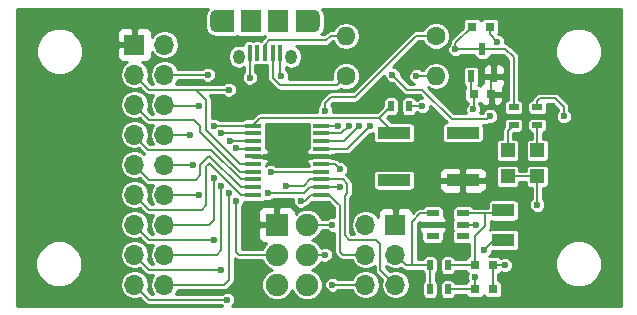
<source format=gtl>
G04 #@! TF.FileFunction,Copper,L1,Top,Signal*
%FSLAX46Y46*%
G04 Gerber Fmt 4.6, Leading zero omitted, Abs format (unit mm)*
G04 Created by KiCad (PCBNEW 4.0.6) date 10/01/17 10:19:26*
%MOMM*%
%LPD*%
G01*
G04 APERTURE LIST*
%ADD10C,0.100000*%
%ADD11R,0.800000X0.750000*%
%ADD12R,1.350000X0.450000*%
%ADD13R,0.600000X1.000000*%
%ADD14R,1.700000X1.700000*%
%ADD15O,1.700000X1.700000*%
%ADD16R,1.900000X1.900000*%
%ADD17C,1.900000*%
%ADD18C,1.600000*%
%ADD19O,1.600000X1.600000*%
%ADD20R,0.500000X0.900000*%
%ADD21R,0.400000X1.350000*%
%ADD22O,1.000000X1.250000*%
%ADD23R,1.800000X1.900000*%
%ADD24R,1.575000X1.900000*%
%ADD25O,1.000000X1.900000*%
%ADD26R,1.100000X0.600000*%
%ADD27R,1.900000X1.100000*%
%ADD28R,2.800000X1.000000*%
%ADD29R,1.200000X1.200000*%
%ADD30R,0.900000X0.500000*%
%ADD31C,0.600000*%
%ADD32C,0.200000*%
%ADD33C,0.254000*%
G04 APERTURE END LIST*
D10*
D11*
X150483000Y-97917000D03*
X148983000Y-97917000D03*
X149110000Y-103632000D03*
X150610000Y-103632000D03*
X150737000Y-118110000D03*
X149237000Y-118110000D03*
X150737000Y-120142000D03*
X149237000Y-120142000D03*
D12*
X130475000Y-106295000D03*
X130475000Y-106945000D03*
X130475000Y-107595000D03*
X130475000Y-108245000D03*
X130475000Y-108895000D03*
X130475000Y-109545000D03*
X130475000Y-110195000D03*
X130475000Y-110845000D03*
X130475000Y-111495000D03*
X130475000Y-112145000D03*
X136225000Y-112145000D03*
X136225000Y-111495000D03*
X136225000Y-110845000D03*
X136225000Y-110195000D03*
X136225000Y-109545000D03*
X136225000Y-108895000D03*
X136225000Y-108245000D03*
X136225000Y-107595000D03*
X136225000Y-106945000D03*
X136225000Y-106295000D03*
D13*
X148910000Y-102115000D03*
X150810000Y-102115000D03*
X149860000Y-99815000D03*
D14*
X120396000Y-99441000D03*
D15*
X122936000Y-99441000D03*
X120396000Y-101981000D03*
X122936000Y-101981000D03*
X120396000Y-104521000D03*
X122936000Y-104521000D03*
X120396000Y-107061000D03*
X122936000Y-107061000D03*
X120396000Y-109601000D03*
X122936000Y-109601000D03*
X120396000Y-112141000D03*
X122936000Y-112141000D03*
X120396000Y-114681000D03*
X122936000Y-114681000D03*
X120396000Y-117221000D03*
X122936000Y-117221000D03*
X120396000Y-119761000D03*
X122936000Y-119761000D03*
D14*
X142494000Y-114681000D03*
D15*
X139954000Y-114681000D03*
X142494000Y-117221000D03*
X139954000Y-117221000D03*
X142494000Y-119761000D03*
X139954000Y-119761000D03*
D16*
X132461000Y-114681000D03*
D17*
X135001000Y-114681000D03*
X132461000Y-117221000D03*
X135001000Y-117221000D03*
X132461000Y-119761000D03*
X135001000Y-119761000D03*
D18*
X138303000Y-102108000D03*
D19*
X145923000Y-102108000D03*
D18*
X145923000Y-98679000D03*
D19*
X138303000Y-98679000D03*
D20*
X142125000Y-104648000D03*
X143625000Y-104648000D03*
D21*
X131445000Y-100134800D03*
X130795000Y-100134800D03*
X132095000Y-100134800D03*
X132745000Y-100134800D03*
X130145000Y-100134800D03*
D22*
X129220000Y-100459800D03*
X133670000Y-100459800D03*
D23*
X130295000Y-97459800D03*
X132595000Y-97459800D03*
D24*
X128057500Y-97459800D03*
D25*
X127270000Y-97459800D03*
D24*
X134832500Y-97459800D03*
D25*
X135620000Y-97459800D03*
D26*
X148239000Y-115631000D03*
X148239000Y-114681000D03*
X148239000Y-113731000D03*
X145639000Y-113731000D03*
X145639000Y-114681000D03*
X145639000Y-115631000D03*
D27*
X151638000Y-113481000D03*
X151638000Y-115981000D03*
D28*
X142388000Y-110912000D03*
X142388000Y-106912000D03*
X148188000Y-110912000D03*
X148188000Y-106912000D03*
D20*
X145427000Y-118110000D03*
X146927000Y-118110000D03*
X145427000Y-120142000D03*
X146927000Y-120142000D03*
D29*
X154500000Y-108400000D03*
X154500000Y-110600000D03*
X152000000Y-108400000D03*
X152000000Y-110600000D03*
D30*
X154500000Y-106250000D03*
X154500000Y-104750000D03*
X152500000Y-104750000D03*
X152500000Y-106250000D03*
D31*
X154500000Y-113000000D03*
X151130000Y-99187000D03*
X130175000Y-102235000D03*
X144780000Y-104648000D03*
X149098000Y-104902000D03*
X137795000Y-109982000D03*
X151765000Y-118110000D03*
X149352000Y-114681000D03*
X132842000Y-102108000D03*
X147574000Y-99822000D03*
X130556000Y-119634000D03*
X130556000Y-115316000D03*
X149987000Y-116840000D03*
X149225000Y-119126000D03*
X127127000Y-110744000D03*
X127127000Y-106299000D03*
X127762000Y-111379000D03*
X127762000Y-106934000D03*
X128397000Y-112014000D03*
X128524000Y-107569000D03*
X129032000Y-108204000D03*
X129032000Y-112649000D03*
X142250000Y-102000000D03*
X150500000Y-105500000D03*
X156750000Y-105500000D03*
X128397000Y-103251000D03*
X134493000Y-112649000D03*
X127127000Y-115951000D03*
X137795000Y-111506000D03*
X137160000Y-119761000D03*
X131699000Y-112014000D03*
X127762000Y-118491000D03*
X133223000Y-111379000D03*
X128270000Y-121031000D03*
X125857000Y-112141000D03*
X131953000Y-110236000D03*
X144272000Y-102108000D03*
X140335000Y-106299000D03*
X126619000Y-101981000D03*
X136525000Y-105029000D03*
X125857000Y-104648000D03*
X139446000Y-106299000D03*
X137160000Y-114681000D03*
X125095000Y-107061000D03*
X138557000Y-106299000D03*
X136525000Y-117221000D03*
X125349000Y-109601000D03*
X137668000Y-106299000D03*
D32*
X152000000Y-110600000D02*
X154500000Y-110600000D01*
X154500000Y-110600000D02*
X154500000Y-113000000D01*
X150483000Y-97917000D02*
X150483000Y-98540000D01*
X150483000Y-98540000D02*
X151130000Y-99187000D01*
X130145000Y-102205000D02*
X130175000Y-102235000D01*
X130145000Y-100719000D02*
X130145000Y-102205000D01*
X143625000Y-104648000D02*
X144780000Y-104648000D01*
X149110000Y-103632000D02*
X149110000Y-104890000D01*
X149110000Y-104890000D02*
X149098000Y-104902000D01*
X136225000Y-109545000D02*
X137358000Y-109545000D01*
X137358000Y-109545000D02*
X137795000Y-109982000D01*
X148910000Y-102115000D02*
X148910000Y-103432000D01*
X148910000Y-103432000D02*
X149110000Y-103632000D01*
X150737000Y-118110000D02*
X150737000Y-120142000D01*
X150737000Y-118110000D02*
X151765000Y-118110000D01*
X148239000Y-114681000D02*
X149352000Y-114681000D01*
X149860000Y-99815000D02*
X151815000Y-99815000D01*
X152500000Y-100500000D02*
X152500000Y-104750000D01*
X151815000Y-99815000D02*
X152500000Y-100500000D01*
X147574000Y-99822000D02*
X147574000Y-99326000D01*
X147574000Y-99326000D02*
X148983000Y-97917000D01*
X132745000Y-102011000D02*
X132842000Y-102108000D01*
X132745000Y-100719000D02*
X132745000Y-102011000D01*
X147581000Y-99815000D02*
X149860000Y-99815000D01*
X147574000Y-99822000D02*
X147581000Y-99815000D01*
X130475000Y-108895000D02*
X136225000Y-108895000D01*
X150610000Y-103632000D02*
X150610000Y-102315000D01*
X150610000Y-102315000D02*
X150810000Y-102115000D01*
X150876000Y-101854000D02*
X150876000Y-101974000D01*
X132461000Y-114681000D02*
X131191000Y-114681000D01*
X131191000Y-114681000D02*
X130556000Y-115316000D01*
X150114000Y-113731000D02*
X150114000Y-114808000D01*
X149237000Y-115685000D02*
X149237000Y-118110000D01*
X150114000Y-114808000D02*
X149237000Y-115685000D01*
X148239000Y-113731000D02*
X150114000Y-113731000D01*
X150114000Y-113731000D02*
X151388000Y-113731000D01*
X151388000Y-113731000D02*
X151638000Y-113481000D01*
X146927000Y-118110000D02*
X149237000Y-118110000D01*
X149237000Y-120142000D02*
X149237000Y-119138000D01*
X149987000Y-116840000D02*
X150846000Y-115981000D01*
X149237000Y-119138000D02*
X149225000Y-119126000D01*
X150846000Y-115981000D02*
X151638000Y-115981000D01*
X146927000Y-120142000D02*
X149237000Y-120142000D01*
X141109000Y-105664000D02*
X141140000Y-105664000D01*
X141140000Y-105664000D02*
X142388000Y-106912000D01*
X130475000Y-106295000D02*
X130475000Y-106253000D01*
X130475000Y-106253000D02*
X131064000Y-105664000D01*
X141109000Y-105664000D02*
X142125000Y-104648000D01*
X131064000Y-105664000D02*
X141109000Y-105664000D01*
X122936000Y-114681000D02*
X126365000Y-114681000D01*
X127127000Y-110744000D02*
X127127000Y-114300000D01*
X127131000Y-106295000D02*
X130475000Y-106295000D01*
X127131000Y-106295000D02*
X127127000Y-106299000D01*
X126746000Y-114681000D02*
X126365000Y-114681000D01*
X127127000Y-114300000D02*
X126746000Y-114681000D01*
X122936000Y-117221000D02*
X127127000Y-117221000D01*
X127762000Y-116840000D02*
X127381000Y-117221000D01*
X127381000Y-117221000D02*
X127127000Y-117221000D01*
X127773000Y-106945000D02*
X127762000Y-106934000D01*
X127773000Y-106945000D02*
X130475000Y-106945000D01*
X127762000Y-111379000D02*
X127762000Y-116840000D01*
X122936000Y-119761000D02*
X127762000Y-119761000D01*
X128397000Y-119380000D02*
X128016000Y-119761000D01*
X128016000Y-119761000D02*
X127762000Y-119761000D01*
X128550000Y-107595000D02*
X128524000Y-107569000D01*
X128550000Y-107595000D02*
X130475000Y-107595000D01*
X128397000Y-112014000D02*
X128397000Y-119380000D01*
X129032000Y-116713000D02*
X129032000Y-116967000D01*
X129073000Y-108245000D02*
X129032000Y-108204000D01*
X130475000Y-108245000D02*
X129073000Y-108245000D01*
X129032000Y-112649000D02*
X129032000Y-116713000D01*
X129286000Y-117221000D02*
X132461000Y-117221000D01*
X129032000Y-116967000D02*
X129286000Y-117221000D01*
X142250000Y-102000000D02*
X143500000Y-103250000D01*
X143500000Y-103250000D02*
X144750000Y-103250000D01*
X144750000Y-103250000D02*
X147250000Y-105750000D01*
X147250000Y-105750000D02*
X150250000Y-105750000D01*
X150250000Y-105750000D02*
X150500000Y-105500000D01*
X156750000Y-105500000D02*
X156750000Y-104750000D01*
X156750000Y-104750000D02*
X156000000Y-104000000D01*
X156000000Y-104000000D02*
X154750000Y-104000000D01*
X154750000Y-104000000D02*
X154500000Y-104250000D01*
X154500000Y-104750000D02*
X154500000Y-104250000D01*
X128397000Y-103251000D02*
X125603000Y-103251000D01*
X121666000Y-103251000D02*
X120396000Y-101981000D01*
X125603000Y-103251000D02*
X125500000Y-103251000D01*
X125500000Y-103251000D02*
X121666000Y-103251000D01*
X126492000Y-104140000D02*
X125603000Y-103251000D01*
X130475000Y-109545000D02*
X129357000Y-109545000D01*
X129357000Y-109545000D02*
X126746000Y-106934000D01*
X126746000Y-106934000D02*
X126492000Y-106680000D01*
X126492000Y-106680000D02*
X126492000Y-104140000D01*
X125476000Y-105791000D02*
X121666000Y-105791000D01*
X125984000Y-106299000D02*
X125476000Y-105791000D01*
X126746000Y-107569000D02*
X125984000Y-106807000D01*
X129372000Y-110195000D02*
X126746000Y-107569000D01*
X130475000Y-110195000D02*
X129372000Y-110195000D01*
X125984000Y-106807000D02*
X125984000Y-106299000D01*
X121666000Y-105791000D02*
X120396000Y-104521000D01*
X129387000Y-110845000D02*
X126873000Y-108331000D01*
X126873000Y-108331000D02*
X124968000Y-108331000D01*
X124968000Y-108331000D02*
X125095000Y-108331000D01*
X129413000Y-110845000D02*
X129387000Y-110845000D01*
X129413000Y-110845000D02*
X130475000Y-110845000D01*
X120396000Y-107061000D02*
X120396000Y-107188000D01*
X120396000Y-107188000D02*
X121539000Y-108331000D01*
X121539000Y-108331000D02*
X124968000Y-108331000D01*
X124714000Y-110871000D02*
X121666000Y-110871000D01*
X125984000Y-109601000D02*
X125984000Y-110490000D01*
X125984000Y-109601000D02*
X126746000Y-108839000D01*
X129402000Y-111495000D02*
X126746000Y-108839000D01*
X130475000Y-111495000D02*
X129402000Y-111495000D01*
X125984000Y-110490000D02*
X125603000Y-110871000D01*
X124714000Y-110871000D02*
X125603000Y-110871000D01*
X121666000Y-110871000D02*
X120396000Y-109601000D01*
X126492000Y-112776000D02*
X126492000Y-113030000D01*
X126619000Y-109601000D02*
X126492000Y-109728000D01*
X126492000Y-109728000D02*
X126492000Y-112141000D01*
X130475000Y-112145000D02*
X129417000Y-112145000D01*
X129417000Y-112145000D02*
X126746000Y-109474000D01*
X126746000Y-109474000D02*
X126619000Y-109601000D01*
X126492000Y-112141000D02*
X126492000Y-112776000D01*
X126492000Y-113030000D02*
X126111000Y-113411000D01*
X125349000Y-113411000D02*
X121666000Y-113411000D01*
X126111000Y-113411000D02*
X125349000Y-113411000D01*
X121666000Y-113411000D02*
X120396000Y-112141000D01*
X137795000Y-115189000D02*
X137795000Y-116967000D01*
X136902000Y-112145000D02*
X137660000Y-112903000D01*
X137660000Y-112903000D02*
X137668000Y-112903000D01*
X137668000Y-112903000D02*
X137795000Y-113030000D01*
X137795000Y-113030000D02*
X137795000Y-115189000D01*
X136225000Y-112145000D02*
X136902000Y-112145000D01*
X138049000Y-117221000D02*
X139954000Y-117221000D01*
X137795000Y-116967000D02*
X138049000Y-117221000D01*
X136225000Y-112145000D02*
X135378000Y-112145000D01*
X134874000Y-112649000D02*
X134493000Y-112649000D01*
X135378000Y-112145000D02*
X134874000Y-112649000D01*
X121666000Y-115951000D02*
X120396000Y-114681000D01*
X127127000Y-115951000D02*
X121666000Y-115951000D01*
X137784000Y-111495000D02*
X137795000Y-111506000D01*
X136225000Y-111495000D02*
X137784000Y-111495000D01*
X137160000Y-119761000D02*
X139954000Y-119761000D01*
X135266000Y-111495000D02*
X134747000Y-112014000D01*
X135266000Y-111495000D02*
X136225000Y-111495000D01*
X134747000Y-112014000D02*
X131699000Y-112014000D01*
X127254000Y-118491000D02*
X121666000Y-118491000D01*
X127762000Y-118491000D02*
X127254000Y-118491000D01*
X121666000Y-118491000D02*
X120396000Y-117221000D01*
X138195002Y-114300000D02*
X138195002Y-115589002D01*
X138023000Y-110845000D02*
X138430000Y-111252000D01*
X138430000Y-111252000D02*
X138430000Y-112014000D01*
X138430000Y-112014000D02*
X138195002Y-112248998D01*
X138195002Y-112248998D02*
X138195002Y-114300000D01*
X136225000Y-110845000D02*
X138023000Y-110845000D01*
X141224000Y-118491000D02*
X142494000Y-119761000D01*
X141224000Y-116332000D02*
X141224000Y-118491000D01*
X140843000Y-115951000D02*
X141224000Y-116332000D01*
X138557000Y-115951000D02*
X140843000Y-115951000D01*
X138195002Y-115589002D02*
X138557000Y-115951000D01*
X135261998Y-110845000D02*
X134727998Y-111379000D01*
X134727998Y-111379000D02*
X133223000Y-111379000D01*
X135261998Y-110845000D02*
X136225000Y-110845000D01*
X127762000Y-121031000D02*
X121666000Y-121031000D01*
X128270000Y-121031000D02*
X127762000Y-121031000D01*
X121666000Y-121031000D02*
X120396000Y-119761000D01*
X125857000Y-112141000D02*
X125349000Y-112141000D01*
X122936000Y-112141000D02*
X125349000Y-112141000D01*
X131994000Y-110195000D02*
X136225000Y-110195000D01*
X131953000Y-110236000D02*
X131994000Y-110195000D01*
X144272000Y-102108000D02*
X145923000Y-102108000D01*
X136225000Y-108245000D02*
X138389000Y-108245000D01*
X138389000Y-108245000D02*
X140335000Y-106299000D01*
X126619000Y-101981000D02*
X125857000Y-101981000D01*
X125857000Y-101981000D02*
X122936000Y-101981000D01*
X145923000Y-98679000D02*
X144272000Y-98679000D01*
X136525000Y-104394000D02*
X136525000Y-105029000D01*
X137033000Y-103886000D02*
X136525000Y-104394000D01*
X139065000Y-103886000D02*
X137033000Y-103886000D01*
X144272000Y-98679000D02*
X139065000Y-103886000D01*
X125857000Y-104648000D02*
X125603000Y-104648000D01*
X125603000Y-104648000D02*
X123063000Y-104648000D01*
X138150000Y-107595000D02*
X139446000Y-106299000D01*
X136225000Y-107595000D02*
X138150000Y-107595000D01*
X123063000Y-104648000D02*
X122936000Y-104521000D01*
X137160000Y-114681000D02*
X135001000Y-114681000D01*
X122936000Y-107061000D02*
X124587000Y-107061000D01*
X125095000Y-107061000D02*
X124587000Y-107061000D01*
X137911000Y-106945000D02*
X138557000Y-106299000D01*
X136225000Y-106945000D02*
X137911000Y-106945000D01*
X136525000Y-117221000D02*
X135001000Y-117221000D01*
X122936000Y-109601000D02*
X125349000Y-109601000D01*
X137664000Y-106295000D02*
X137668000Y-106299000D01*
X137664000Y-106295000D02*
X136225000Y-106295000D01*
X145639000Y-113731000D02*
X144587000Y-113731000D01*
X143891000Y-114427000D02*
X143891000Y-118110000D01*
X144587000Y-113731000D02*
X143891000Y-114427000D01*
X145427000Y-118110000D02*
X145427000Y-120142000D01*
X142494000Y-117221000D02*
X143383000Y-118110000D01*
X143383000Y-118110000D02*
X143891000Y-118110000D01*
X143891000Y-118110000D02*
X145427000Y-118110000D01*
X132715000Y-102870000D02*
X137541000Y-102870000D01*
X132095000Y-100719000D02*
X132095000Y-102250000D01*
X137541000Y-102870000D02*
X138303000Y-102108000D01*
X132095000Y-102250000D02*
X132715000Y-102870000D01*
X138303000Y-98679000D02*
X137033000Y-98679000D01*
X131445000Y-99441000D02*
X131445000Y-100134800D01*
X131826000Y-99060000D02*
X131445000Y-99441000D01*
X136652000Y-99060000D02*
X131826000Y-99060000D01*
X137033000Y-98679000D02*
X136652000Y-99060000D01*
X131445000Y-100719000D02*
X131445000Y-99949000D01*
X154500000Y-108400000D02*
X154500000Y-106250000D01*
X152000000Y-108400000D02*
X152000000Y-106750000D01*
X152000000Y-106750000D02*
X152500000Y-106250000D01*
D33*
G36*
X126456062Y-96646580D02*
X126389000Y-96983724D01*
X126389000Y-97935876D01*
X126456062Y-98273020D01*
X126647039Y-98558837D01*
X126932856Y-98749814D01*
X127270000Y-98816876D01*
X127363569Y-98798264D01*
X128845000Y-98798264D01*
X128986190Y-98771697D01*
X129115865Y-98688254D01*
X129119617Y-98682763D01*
X129243866Y-98767659D01*
X129395000Y-98798264D01*
X131195000Y-98798264D01*
X131336190Y-98771697D01*
X131446186Y-98700917D01*
X131481035Y-98724728D01*
X131110948Y-99094816D01*
X130995000Y-99071336D01*
X130595000Y-99071336D01*
X130465412Y-99095720D01*
X130345000Y-99071336D01*
X129945000Y-99071336D01*
X129803810Y-99097903D01*
X129674135Y-99181346D01*
X129587141Y-99308666D01*
X129556536Y-99459800D01*
X129556536Y-99501032D01*
X129220000Y-99434091D01*
X128882856Y-99501153D01*
X128597039Y-99692130D01*
X128406062Y-99977947D01*
X128339000Y-100315091D01*
X128339000Y-100604509D01*
X128406062Y-100941653D01*
X128597039Y-101227470D01*
X128882856Y-101418447D01*
X129220000Y-101485509D01*
X129557144Y-101418447D01*
X129664000Y-101347048D01*
X129664000Y-101782869D01*
X129598013Y-101848741D01*
X129494118Y-102098946D01*
X129493882Y-102369865D01*
X129597339Y-102620252D01*
X129788741Y-102811987D01*
X130038946Y-102915882D01*
X130309865Y-102916118D01*
X130560252Y-102812661D01*
X130751987Y-102621259D01*
X130855882Y-102371054D01*
X130856118Y-102100135D01*
X130752661Y-101849748D01*
X130626000Y-101722867D01*
X130626000Y-101198264D01*
X130995000Y-101198264D01*
X131124588Y-101173880D01*
X131245000Y-101198264D01*
X131436273Y-101198264D01*
X131445000Y-101200000D01*
X131453727Y-101198264D01*
X131614000Y-101198264D01*
X131614000Y-102250000D01*
X131641104Y-102386259D01*
X131650614Y-102434071D01*
X131754882Y-102590118D01*
X132374881Y-103210118D01*
X132530929Y-103314386D01*
X132715000Y-103351000D01*
X137541000Y-103351000D01*
X137725071Y-103314386D01*
X137879762Y-103211024D01*
X138067054Y-103288794D01*
X138536885Y-103289204D01*
X138971109Y-103109787D01*
X139303619Y-102777856D01*
X139483794Y-102343946D01*
X139484204Y-101874115D01*
X139304787Y-101439891D01*
X138972856Y-101107381D01*
X138538946Y-100927206D01*
X138069115Y-100926796D01*
X137634891Y-101106213D01*
X137302381Y-101438144D01*
X137122206Y-101872054D01*
X137121796Y-102341885D01*
X137141263Y-102389000D01*
X133462695Y-102389000D01*
X133522882Y-102244054D01*
X133523118Y-101973135D01*
X133419661Y-101722748D01*
X133228259Y-101531013D01*
X133226000Y-101530075D01*
X133226000Y-101347048D01*
X133332856Y-101418447D01*
X133670000Y-101485509D01*
X134007144Y-101418447D01*
X134292961Y-101227470D01*
X134483938Y-100941653D01*
X134551000Y-100604509D01*
X134551000Y-100315091D01*
X134483938Y-99977947D01*
X134292961Y-99692130D01*
X134066779Y-99541000D01*
X136652000Y-99541000D01*
X136836071Y-99504386D01*
X136992118Y-99400118D01*
X137217811Y-99174425D01*
X137444770Y-99514093D01*
X137827914Y-99770102D01*
X138279863Y-99860000D01*
X138326137Y-99860000D01*
X138778086Y-99770102D01*
X139161230Y-99514093D01*
X139417239Y-99130949D01*
X139507137Y-98679000D01*
X139417239Y-98227051D01*
X139161230Y-97843907D01*
X138778086Y-97587898D01*
X138326137Y-97498000D01*
X138279863Y-97498000D01*
X137827914Y-97587898D01*
X137444770Y-97843907D01*
X137208172Y-98198000D01*
X137033000Y-98198000D01*
X136865585Y-98231301D01*
X136848929Y-98234614D01*
X136692881Y-98338882D01*
X136452764Y-98579000D01*
X136212785Y-98579000D01*
X136242961Y-98558837D01*
X136433938Y-98273020D01*
X136501000Y-97935876D01*
X136501000Y-96983724D01*
X136433938Y-96646580D01*
X136289892Y-96431000D01*
X161569000Y-96431000D01*
X161569000Y-121569000D01*
X128694982Y-121569000D01*
X128846987Y-121417259D01*
X128950882Y-121167054D01*
X128951118Y-120896135D01*
X128847661Y-120645748D01*
X128656259Y-120454013D01*
X128406054Y-120350118D01*
X128135135Y-120349882D01*
X127884748Y-120453339D01*
X127787919Y-120550000D01*
X123884987Y-120550000D01*
X124090787Y-120242000D01*
X128016000Y-120242000D01*
X128200071Y-120205386D01*
X128356118Y-120101118D01*
X128737118Y-119720119D01*
X128841386Y-119564071D01*
X128855108Y-119495086D01*
X128878000Y-119380000D01*
X128878000Y-117493237D01*
X128945881Y-117561118D01*
X129010397Y-117604226D01*
X129101929Y-117665386D01*
X129286000Y-117702000D01*
X131219601Y-117702000D01*
X131331975Y-117973966D01*
X131706065Y-118348709D01*
X132048978Y-118491099D01*
X131708034Y-118631975D01*
X131333291Y-119006065D01*
X131130231Y-119495086D01*
X131129769Y-120024591D01*
X131331975Y-120513966D01*
X131706065Y-120888709D01*
X132195086Y-121091769D01*
X132724591Y-121092231D01*
X133213966Y-120890025D01*
X133588709Y-120515935D01*
X133731099Y-120173022D01*
X133871975Y-120513966D01*
X134246065Y-120888709D01*
X134735086Y-121091769D01*
X135264591Y-121092231D01*
X135753966Y-120890025D01*
X136128709Y-120515935D01*
X136331769Y-120026914D01*
X136331883Y-119895865D01*
X136478882Y-119895865D01*
X136582339Y-120146252D01*
X136773741Y-120337987D01*
X137023946Y-120441882D01*
X137294865Y-120442118D01*
X137545252Y-120338661D01*
X137642081Y-120242000D01*
X138799213Y-120242000D01*
X139059435Y-120631448D01*
X139458800Y-120898296D01*
X139929883Y-120992000D01*
X139978117Y-120992000D01*
X140449200Y-120898296D01*
X140848565Y-120631448D01*
X141115413Y-120232083D01*
X141209117Y-119761000D01*
X141115413Y-119289917D01*
X140848565Y-118890552D01*
X140449200Y-118623704D01*
X139978117Y-118530000D01*
X139929883Y-118530000D01*
X139458800Y-118623704D01*
X139059435Y-118890552D01*
X138799213Y-119280000D01*
X137642079Y-119280000D01*
X137546259Y-119184013D01*
X137296054Y-119080118D01*
X137025135Y-119079882D01*
X136774748Y-119183339D01*
X136583013Y-119374741D01*
X136479118Y-119624946D01*
X136478882Y-119895865D01*
X136331883Y-119895865D01*
X136332231Y-119497409D01*
X136130025Y-119008034D01*
X135755935Y-118633291D01*
X135413022Y-118490901D01*
X135753966Y-118350025D01*
X136128709Y-117975935D01*
X136193208Y-117820604D01*
X136388946Y-117901882D01*
X136659865Y-117902118D01*
X136910252Y-117798661D01*
X137101987Y-117607259D01*
X137205882Y-117357054D01*
X137206118Y-117086135D01*
X137102661Y-116835748D01*
X136911259Y-116644013D01*
X136661054Y-116540118D01*
X136390135Y-116539882D01*
X136193314Y-116621206D01*
X136130025Y-116468034D01*
X135755935Y-116093291D01*
X135413022Y-115950901D01*
X135753966Y-115810025D01*
X136128709Y-115435935D01*
X136242457Y-115162000D01*
X136677921Y-115162000D01*
X136773741Y-115257987D01*
X137023946Y-115361882D01*
X137294865Y-115362118D01*
X137314000Y-115354212D01*
X137314000Y-116967000D01*
X137350614Y-117151071D01*
X137454882Y-117307118D01*
X137708881Y-117561118D01*
X137773397Y-117604226D01*
X137864929Y-117665386D01*
X138049000Y-117702000D01*
X138799213Y-117702000D01*
X139059435Y-118091448D01*
X139458800Y-118358296D01*
X139929883Y-118452000D01*
X139978117Y-118452000D01*
X140449200Y-118358296D01*
X140743000Y-118161984D01*
X140743000Y-118491000D01*
X140779614Y-118675070D01*
X140779614Y-118675071D01*
X140883882Y-118831118D01*
X141336630Y-119283866D01*
X141332587Y-119289917D01*
X141238883Y-119761000D01*
X141332587Y-120232083D01*
X141599435Y-120631448D01*
X141998800Y-120898296D01*
X142469883Y-120992000D01*
X142518117Y-120992000D01*
X142989200Y-120898296D01*
X143388565Y-120631448D01*
X143655413Y-120232083D01*
X143749117Y-119761000D01*
X143655413Y-119289917D01*
X143388565Y-118890552D01*
X142989200Y-118623704D01*
X142518117Y-118530000D01*
X142469883Y-118530000D01*
X142030612Y-118617376D01*
X141705000Y-118291764D01*
X141705000Y-118161984D01*
X141998800Y-118358296D01*
X142469883Y-118452000D01*
X142518117Y-118452000D01*
X142957388Y-118364624D01*
X143042882Y-118450118D01*
X143198929Y-118554386D01*
X143383000Y-118591000D01*
X144794369Y-118591000D01*
X144815103Y-118701190D01*
X144898546Y-118830865D01*
X144946000Y-118863289D01*
X144946000Y-119387894D01*
X144906135Y-119413546D01*
X144819141Y-119540866D01*
X144788536Y-119692000D01*
X144788536Y-120592000D01*
X144815103Y-120733190D01*
X144898546Y-120862865D01*
X145025866Y-120949859D01*
X145177000Y-120980464D01*
X145677000Y-120980464D01*
X145818190Y-120953897D01*
X145947865Y-120870454D01*
X146034859Y-120743134D01*
X146065464Y-120592000D01*
X146065464Y-119692000D01*
X146038897Y-119550810D01*
X145955454Y-119421135D01*
X145908000Y-119388711D01*
X145908000Y-118864106D01*
X145947865Y-118838454D01*
X146034859Y-118711134D01*
X146065464Y-118560000D01*
X146065464Y-117660000D01*
X146288536Y-117660000D01*
X146288536Y-118560000D01*
X146315103Y-118701190D01*
X146398546Y-118830865D01*
X146525866Y-118917859D01*
X146677000Y-118948464D01*
X147177000Y-118948464D01*
X147318190Y-118921897D01*
X147447865Y-118838454D01*
X147534859Y-118711134D01*
X147559186Y-118591000D01*
X148468481Y-118591000D01*
X148475103Y-118626190D01*
X148558546Y-118755865D01*
X148623024Y-118799921D01*
X148544118Y-118989946D01*
X148543882Y-119260865D01*
X148622872Y-119452037D01*
X148566135Y-119488546D01*
X148479141Y-119615866D01*
X148470001Y-119661000D01*
X147559631Y-119661000D01*
X147538897Y-119550810D01*
X147455454Y-119421135D01*
X147328134Y-119334141D01*
X147177000Y-119303536D01*
X146677000Y-119303536D01*
X146535810Y-119330103D01*
X146406135Y-119413546D01*
X146319141Y-119540866D01*
X146288536Y-119692000D01*
X146288536Y-120592000D01*
X146315103Y-120733190D01*
X146398546Y-120862865D01*
X146525866Y-120949859D01*
X146677000Y-120980464D01*
X147177000Y-120980464D01*
X147318190Y-120953897D01*
X147447865Y-120870454D01*
X147534859Y-120743134D01*
X147559186Y-120623000D01*
X148468481Y-120623000D01*
X148475103Y-120658190D01*
X148558546Y-120787865D01*
X148685866Y-120874859D01*
X148837000Y-120905464D01*
X149637000Y-120905464D01*
X149778190Y-120878897D01*
X149907865Y-120795454D01*
X149987980Y-120678202D01*
X150058546Y-120787865D01*
X150185866Y-120874859D01*
X150337000Y-120905464D01*
X151137000Y-120905464D01*
X151278190Y-120878897D01*
X151407865Y-120795454D01*
X151494859Y-120668134D01*
X151525464Y-120517000D01*
X151525464Y-119767000D01*
X151498897Y-119625810D01*
X151415454Y-119496135D01*
X151288134Y-119409141D01*
X151218000Y-119394939D01*
X151218000Y-118858223D01*
X151278190Y-118846897D01*
X151407865Y-118763454D01*
X151442128Y-118713308D01*
X151628946Y-118790882D01*
X151899865Y-118791118D01*
X152150252Y-118687661D01*
X152341987Y-118496259D01*
X152385148Y-118392316D01*
X156018657Y-118392316D01*
X156319611Y-119120680D01*
X156876389Y-119678431D01*
X157604226Y-119980655D01*
X158392316Y-119981343D01*
X159120680Y-119680389D01*
X159678431Y-119123611D01*
X159980655Y-118395774D01*
X159981343Y-117607684D01*
X159680389Y-116879320D01*
X159123611Y-116321569D01*
X158395774Y-116019345D01*
X157607684Y-116018657D01*
X156879320Y-116319611D01*
X156321569Y-116876389D01*
X156019345Y-117604226D01*
X156018657Y-118392316D01*
X152385148Y-118392316D01*
X152445882Y-118246054D01*
X152446118Y-117975135D01*
X152342661Y-117724748D01*
X152151259Y-117533013D01*
X151901054Y-117429118D01*
X151630135Y-117428882D01*
X151442624Y-117506359D01*
X151415454Y-117464135D01*
X151288134Y-117377141D01*
X151137000Y-117346536D01*
X150443501Y-117346536D01*
X150563987Y-117226259D01*
X150667882Y-116976054D01*
X150667935Y-116915401D01*
X150688000Y-116919464D01*
X152588000Y-116919464D01*
X152729190Y-116892897D01*
X152858865Y-116809454D01*
X152945859Y-116682134D01*
X152976464Y-116531000D01*
X152976464Y-115431000D01*
X152949897Y-115289810D01*
X152866454Y-115160135D01*
X152739134Y-115073141D01*
X152588000Y-115042536D01*
X150688000Y-115042536D01*
X150546810Y-115069103D01*
X150476824Y-115114138D01*
X150558386Y-114992071D01*
X150562151Y-114973141D01*
X150595000Y-114808000D01*
X150595000Y-114400631D01*
X150688000Y-114419464D01*
X152588000Y-114419464D01*
X152729190Y-114392897D01*
X152858865Y-114309454D01*
X152945859Y-114182134D01*
X152976464Y-114031000D01*
X152976464Y-112931000D01*
X152949897Y-112789810D01*
X152866454Y-112660135D01*
X152739134Y-112573141D01*
X152588000Y-112542536D01*
X150688000Y-112542536D01*
X150546810Y-112569103D01*
X150417135Y-112652546D01*
X150330141Y-112779866D01*
X150299536Y-112931000D01*
X150299536Y-113250000D01*
X149125280Y-113250000D01*
X149067454Y-113160135D01*
X148940134Y-113073141D01*
X148789000Y-113042536D01*
X147689000Y-113042536D01*
X147547810Y-113069103D01*
X147418135Y-113152546D01*
X147331141Y-113279866D01*
X147300536Y-113431000D01*
X147300536Y-114031000D01*
X147327103Y-114172190D01*
X147348175Y-114204936D01*
X147331141Y-114229866D01*
X147300536Y-114381000D01*
X147300536Y-114981000D01*
X147327103Y-115122190D01*
X147348175Y-115154936D01*
X147331141Y-115179866D01*
X147300536Y-115331000D01*
X147300536Y-115931000D01*
X147327103Y-116072190D01*
X147410546Y-116201865D01*
X147537866Y-116288859D01*
X147689000Y-116319464D01*
X148756000Y-116319464D01*
X148756000Y-117361777D01*
X148695810Y-117373103D01*
X148566135Y-117456546D01*
X148479141Y-117583866D01*
X148470001Y-117629000D01*
X147559631Y-117629000D01*
X147538897Y-117518810D01*
X147455454Y-117389135D01*
X147328134Y-117302141D01*
X147177000Y-117271536D01*
X146677000Y-117271536D01*
X146535810Y-117298103D01*
X146406135Y-117381546D01*
X146319141Y-117508866D01*
X146288536Y-117660000D01*
X146065464Y-117660000D01*
X146038897Y-117518810D01*
X145955454Y-117389135D01*
X145828134Y-117302141D01*
X145677000Y-117271536D01*
X145177000Y-117271536D01*
X145035810Y-117298103D01*
X144906135Y-117381546D01*
X144819141Y-117508866D01*
X144794814Y-117629000D01*
X144372000Y-117629000D01*
X144372000Y-114966750D01*
X144454000Y-114966750D01*
X144454000Y-115107310D01*
X144550673Y-115340699D01*
X144700536Y-115490561D01*
X144700536Y-115931000D01*
X144727103Y-116072190D01*
X144810546Y-116201865D01*
X144937866Y-116288859D01*
X145089000Y-116319464D01*
X146189000Y-116319464D01*
X146330190Y-116292897D01*
X146459865Y-116209454D01*
X146546859Y-116082134D01*
X146577464Y-115931000D01*
X146577464Y-115490561D01*
X146727327Y-115340699D01*
X146824000Y-115107310D01*
X146824000Y-114966750D01*
X146665250Y-114808000D01*
X145766000Y-114808000D01*
X145766000Y-114828000D01*
X145512000Y-114828000D01*
X145512000Y-114808000D01*
X144612750Y-114808000D01*
X144454000Y-114966750D01*
X144372000Y-114966750D01*
X144372000Y-114626236D01*
X144528493Y-114469743D01*
X144612750Y-114554000D01*
X145512000Y-114554000D01*
X145512000Y-114534000D01*
X145766000Y-114534000D01*
X145766000Y-114554000D01*
X146665250Y-114554000D01*
X146824000Y-114395250D01*
X146824000Y-114254690D01*
X146727327Y-114021301D01*
X146577464Y-113871439D01*
X146577464Y-113431000D01*
X146550897Y-113289810D01*
X146467454Y-113160135D01*
X146340134Y-113073141D01*
X146189000Y-113042536D01*
X145089000Y-113042536D01*
X144947810Y-113069103D01*
X144818135Y-113152546D01*
X144751548Y-113250000D01*
X144587000Y-113250000D01*
X144402929Y-113286614D01*
X144340426Y-113328378D01*
X144246882Y-113390881D01*
X143965548Y-113672215D01*
X143882327Y-113471301D01*
X143703698Y-113292673D01*
X143470309Y-113196000D01*
X142779750Y-113196000D01*
X142621000Y-113354750D01*
X142621000Y-114554000D01*
X142641000Y-114554000D01*
X142641000Y-114808000D01*
X142621000Y-114808000D01*
X142621000Y-114828000D01*
X142367000Y-114828000D01*
X142367000Y-114808000D01*
X142347000Y-114808000D01*
X142347000Y-114554000D01*
X142367000Y-114554000D01*
X142367000Y-113354750D01*
X142208250Y-113196000D01*
X141517691Y-113196000D01*
X141284302Y-113292673D01*
X141105673Y-113471301D01*
X141009000Y-113704690D01*
X141009000Y-114050659D01*
X140848565Y-113810552D01*
X140449200Y-113543704D01*
X139978117Y-113450000D01*
X139929883Y-113450000D01*
X139458800Y-113543704D01*
X139059435Y-113810552D01*
X138792587Y-114209917D01*
X138698883Y-114681000D01*
X138792587Y-115152083D01*
X139005013Y-115470000D01*
X138756237Y-115470000D01*
X138676002Y-115389766D01*
X138676002Y-112448235D01*
X138770118Y-112354119D01*
X138874386Y-112198071D01*
X138883937Y-112150054D01*
X138911000Y-112014000D01*
X138911000Y-111252000D01*
X138874386Y-111067929D01*
X138770118Y-110911882D01*
X138363118Y-110504882D01*
X138286446Y-110453651D01*
X138328169Y-110412000D01*
X140599536Y-110412000D01*
X140599536Y-111412000D01*
X140626103Y-111553190D01*
X140709546Y-111682865D01*
X140836866Y-111769859D01*
X140988000Y-111800464D01*
X143788000Y-111800464D01*
X143929190Y-111773897D01*
X144058865Y-111690454D01*
X144145859Y-111563134D01*
X144176464Y-111412000D01*
X144176464Y-111197750D01*
X146153000Y-111197750D01*
X146153000Y-111538310D01*
X146249673Y-111771699D01*
X146428302Y-111950327D01*
X146661691Y-112047000D01*
X147902250Y-112047000D01*
X148061000Y-111888250D01*
X148061000Y-111039000D01*
X148315000Y-111039000D01*
X148315000Y-111888250D01*
X148473750Y-112047000D01*
X149714309Y-112047000D01*
X149947698Y-111950327D01*
X150126327Y-111771699D01*
X150223000Y-111538310D01*
X150223000Y-111197750D01*
X150064250Y-111039000D01*
X148315000Y-111039000D01*
X148061000Y-111039000D01*
X146311750Y-111039000D01*
X146153000Y-111197750D01*
X144176464Y-111197750D01*
X144176464Y-110412000D01*
X144152697Y-110285690D01*
X146153000Y-110285690D01*
X146153000Y-110626250D01*
X146311750Y-110785000D01*
X148061000Y-110785000D01*
X148061000Y-109935750D01*
X148315000Y-109935750D01*
X148315000Y-110785000D01*
X150064250Y-110785000D01*
X150223000Y-110626250D01*
X150223000Y-110285690D01*
X150126327Y-110052301D01*
X150074026Y-110000000D01*
X151011536Y-110000000D01*
X151011536Y-111200000D01*
X151038103Y-111341190D01*
X151121546Y-111470865D01*
X151248866Y-111557859D01*
X151400000Y-111588464D01*
X152600000Y-111588464D01*
X152741190Y-111561897D01*
X152870865Y-111478454D01*
X152957859Y-111351134D01*
X152988464Y-111200000D01*
X152988464Y-111081000D01*
X153511536Y-111081000D01*
X153511536Y-111200000D01*
X153538103Y-111341190D01*
X153621546Y-111470865D01*
X153748866Y-111557859D01*
X153900000Y-111588464D01*
X154019000Y-111588464D01*
X154019000Y-112517921D01*
X153923013Y-112613741D01*
X153819118Y-112863946D01*
X153818882Y-113134865D01*
X153922339Y-113385252D01*
X154113741Y-113576987D01*
X154363946Y-113680882D01*
X154634865Y-113681118D01*
X154885252Y-113577661D01*
X155076987Y-113386259D01*
X155180882Y-113136054D01*
X155181118Y-112865135D01*
X155077661Y-112614748D01*
X154981000Y-112517919D01*
X154981000Y-111588464D01*
X155100000Y-111588464D01*
X155241190Y-111561897D01*
X155370865Y-111478454D01*
X155457859Y-111351134D01*
X155488464Y-111200000D01*
X155488464Y-110000000D01*
X155461897Y-109858810D01*
X155378454Y-109729135D01*
X155251134Y-109642141D01*
X155100000Y-109611536D01*
X153900000Y-109611536D01*
X153758810Y-109638103D01*
X153629135Y-109721546D01*
X153542141Y-109848866D01*
X153511536Y-110000000D01*
X153511536Y-110119000D01*
X152988464Y-110119000D01*
X152988464Y-110000000D01*
X152961897Y-109858810D01*
X152878454Y-109729135D01*
X152751134Y-109642141D01*
X152600000Y-109611536D01*
X151400000Y-109611536D01*
X151258810Y-109638103D01*
X151129135Y-109721546D01*
X151042141Y-109848866D01*
X151011536Y-110000000D01*
X150074026Y-110000000D01*
X149947698Y-109873673D01*
X149714309Y-109777000D01*
X148473750Y-109777000D01*
X148315000Y-109935750D01*
X148061000Y-109935750D01*
X147902250Y-109777000D01*
X146661691Y-109777000D01*
X146428302Y-109873673D01*
X146249673Y-110052301D01*
X146153000Y-110285690D01*
X144152697Y-110285690D01*
X144149897Y-110270810D01*
X144066454Y-110141135D01*
X143939134Y-110054141D01*
X143788000Y-110023536D01*
X140988000Y-110023536D01*
X140846810Y-110050103D01*
X140717135Y-110133546D01*
X140630141Y-110260866D01*
X140599536Y-110412000D01*
X138328169Y-110412000D01*
X138371987Y-110368259D01*
X138475882Y-110118054D01*
X138476118Y-109847135D01*
X138372661Y-109596748D01*
X138181259Y-109405013D01*
X137931054Y-109301118D01*
X137794235Y-109300999D01*
X137698118Y-109204882D01*
X137542071Y-109100614D01*
X137451311Y-109082561D01*
X137376250Y-109007500D01*
X137117519Y-109007500D01*
X137051134Y-108962141D01*
X136900000Y-108931536D01*
X135550000Y-108931536D01*
X135408810Y-108958103D01*
X135332044Y-109007500D01*
X135073750Y-109007500D01*
X134915000Y-109166250D01*
X134915000Y-109246310D01*
X135011673Y-109479699D01*
X135161536Y-109629561D01*
X135161536Y-109714000D01*
X132394151Y-109714000D01*
X132339259Y-109659013D01*
X132089054Y-109555118D01*
X131818135Y-109554882D01*
X131567748Y-109658339D01*
X131538464Y-109687572D01*
X131538464Y-109629561D01*
X131688327Y-109479699D01*
X131785000Y-109246310D01*
X131785000Y-109166250D01*
X131626250Y-109007500D01*
X131367519Y-109007500D01*
X131301134Y-108962141D01*
X131150000Y-108931536D01*
X130328000Y-108931536D01*
X130328000Y-108858464D01*
X131150000Y-108858464D01*
X131291190Y-108831897D01*
X131367956Y-108782500D01*
X131626250Y-108782500D01*
X131785000Y-108623750D01*
X131785000Y-108543690D01*
X131688327Y-108310301D01*
X131538464Y-108160439D01*
X131538464Y-108020000D01*
X131518957Y-107916330D01*
X131538464Y-107820000D01*
X131538464Y-107370000D01*
X131518957Y-107266330D01*
X131538464Y-107170000D01*
X131538464Y-106720000D01*
X131518957Y-106616330D01*
X131538464Y-106520000D01*
X131538464Y-106145000D01*
X135161536Y-106145000D01*
X135161536Y-106520000D01*
X135181043Y-106623670D01*
X135161536Y-106720000D01*
X135161536Y-107170000D01*
X135181043Y-107273670D01*
X135161536Y-107370000D01*
X135161536Y-107820000D01*
X135181043Y-107923670D01*
X135161536Y-108020000D01*
X135161536Y-108160439D01*
X135011673Y-108310301D01*
X134915000Y-108543690D01*
X134915000Y-108623750D01*
X135073750Y-108782500D01*
X135332481Y-108782500D01*
X135398866Y-108827859D01*
X135550000Y-108858464D01*
X136900000Y-108858464D01*
X137041190Y-108831897D01*
X137117956Y-108782500D01*
X137376250Y-108782500D01*
X137432750Y-108726000D01*
X138389000Y-108726000D01*
X138573071Y-108689386D01*
X138729118Y-108585118D01*
X140334237Y-106980000D01*
X140469865Y-106980118D01*
X140599536Y-106926539D01*
X140599536Y-107412000D01*
X140626103Y-107553190D01*
X140709546Y-107682865D01*
X140836866Y-107769859D01*
X140988000Y-107800464D01*
X143788000Y-107800464D01*
X143929190Y-107773897D01*
X144058865Y-107690454D01*
X144145859Y-107563134D01*
X144176464Y-107412000D01*
X144176464Y-106412000D01*
X144149897Y-106270810D01*
X144066454Y-106141135D01*
X143939134Y-106054141D01*
X143788000Y-106023536D01*
X142179773Y-106023536D01*
X141804736Y-105648500D01*
X141966772Y-105486464D01*
X142375000Y-105486464D01*
X142516190Y-105459897D01*
X142645865Y-105376454D01*
X142732859Y-105249134D01*
X142763464Y-105098000D01*
X142763464Y-104198000D01*
X142736897Y-104056810D01*
X142653454Y-103927135D01*
X142526134Y-103840141D01*
X142375000Y-103809536D01*
X141875000Y-103809536D01*
X141733810Y-103836103D01*
X141604135Y-103919546D01*
X141517141Y-104046866D01*
X141486536Y-104198000D01*
X141486536Y-104606228D01*
X140909764Y-105183000D01*
X137198430Y-105183000D01*
X137205882Y-105165054D01*
X137206118Y-104894135D01*
X137102661Y-104643748D01*
X137029139Y-104570098D01*
X137232237Y-104367000D01*
X139065000Y-104367000D01*
X139249071Y-104330386D01*
X139405118Y-104226118D01*
X141568945Y-102062291D01*
X141568882Y-102134865D01*
X141672339Y-102385252D01*
X141863741Y-102576987D01*
X142113946Y-102680882D01*
X142250765Y-102681001D01*
X143159882Y-103590118D01*
X143315929Y-103694386D01*
X143500000Y-103731000D01*
X144550764Y-103731000D01*
X144786769Y-103967005D01*
X144645135Y-103966882D01*
X144394748Y-104070339D01*
X144297919Y-104167000D01*
X144257631Y-104167000D01*
X144236897Y-104056810D01*
X144153454Y-103927135D01*
X144026134Y-103840141D01*
X143875000Y-103809536D01*
X143375000Y-103809536D01*
X143233810Y-103836103D01*
X143104135Y-103919546D01*
X143017141Y-104046866D01*
X142986536Y-104198000D01*
X142986536Y-105098000D01*
X143013103Y-105239190D01*
X143096546Y-105368865D01*
X143223866Y-105455859D01*
X143375000Y-105486464D01*
X143875000Y-105486464D01*
X144016190Y-105459897D01*
X144145865Y-105376454D01*
X144232859Y-105249134D01*
X144257186Y-105129000D01*
X144297921Y-105129000D01*
X144393741Y-105224987D01*
X144643946Y-105328882D01*
X144914865Y-105329118D01*
X145165252Y-105225661D01*
X145356987Y-105034259D01*
X145460882Y-104784054D01*
X145461006Y-104641242D01*
X146843300Y-106023536D01*
X146788000Y-106023536D01*
X146646810Y-106050103D01*
X146517135Y-106133546D01*
X146430141Y-106260866D01*
X146399536Y-106412000D01*
X146399536Y-107412000D01*
X146426103Y-107553190D01*
X146509546Y-107682865D01*
X146636866Y-107769859D01*
X146788000Y-107800464D01*
X149588000Y-107800464D01*
X149590465Y-107800000D01*
X151011536Y-107800000D01*
X151011536Y-109000000D01*
X151038103Y-109141190D01*
X151121546Y-109270865D01*
X151248866Y-109357859D01*
X151400000Y-109388464D01*
X152600000Y-109388464D01*
X152741190Y-109361897D01*
X152870865Y-109278454D01*
X152957859Y-109151134D01*
X152988464Y-109000000D01*
X152988464Y-107800000D01*
X153511536Y-107800000D01*
X153511536Y-109000000D01*
X153538103Y-109141190D01*
X153621546Y-109270865D01*
X153748866Y-109357859D01*
X153900000Y-109388464D01*
X155100000Y-109388464D01*
X155241190Y-109361897D01*
X155370865Y-109278454D01*
X155457859Y-109151134D01*
X155488464Y-109000000D01*
X155488464Y-107800000D01*
X155461897Y-107658810D01*
X155378454Y-107529135D01*
X155251134Y-107442141D01*
X155100000Y-107411536D01*
X154981000Y-107411536D01*
X154981000Y-106882631D01*
X155091190Y-106861897D01*
X155220865Y-106778454D01*
X155307859Y-106651134D01*
X155338464Y-106500000D01*
X155338464Y-106000000D01*
X155311897Y-105858810D01*
X155228454Y-105729135D01*
X155101134Y-105642141D01*
X154950000Y-105611536D01*
X154050000Y-105611536D01*
X153908810Y-105638103D01*
X153779135Y-105721546D01*
X153692141Y-105848866D01*
X153661536Y-106000000D01*
X153661536Y-106500000D01*
X153688103Y-106641190D01*
X153771546Y-106770865D01*
X153898866Y-106857859D01*
X154019000Y-106882186D01*
X154019000Y-107411536D01*
X153900000Y-107411536D01*
X153758810Y-107438103D01*
X153629135Y-107521546D01*
X153542141Y-107648866D01*
X153511536Y-107800000D01*
X152988464Y-107800000D01*
X152961897Y-107658810D01*
X152878454Y-107529135D01*
X152751134Y-107442141D01*
X152600000Y-107411536D01*
X152481000Y-107411536D01*
X152481000Y-106949236D01*
X152541772Y-106888464D01*
X152950000Y-106888464D01*
X153091190Y-106861897D01*
X153220865Y-106778454D01*
X153307859Y-106651134D01*
X153338464Y-106500000D01*
X153338464Y-106000000D01*
X153311897Y-105858810D01*
X153228454Y-105729135D01*
X153101134Y-105642141D01*
X152950000Y-105611536D01*
X152050000Y-105611536D01*
X151908810Y-105638103D01*
X151779135Y-105721546D01*
X151692141Y-105848866D01*
X151661536Y-106000000D01*
X151661536Y-106408228D01*
X151659882Y-106409882D01*
X151555614Y-106565929D01*
X151519000Y-106750000D01*
X151519000Y-107411536D01*
X151400000Y-107411536D01*
X151258810Y-107438103D01*
X151129135Y-107521546D01*
X151042141Y-107648866D01*
X151011536Y-107800000D01*
X149590465Y-107800000D01*
X149729190Y-107773897D01*
X149858865Y-107690454D01*
X149945859Y-107563134D01*
X149976464Y-107412000D01*
X149976464Y-106412000D01*
X149949897Y-106270810D01*
X149924280Y-106231000D01*
X150250000Y-106231000D01*
X150434071Y-106194386D01*
X150454163Y-106180961D01*
X150634865Y-106181118D01*
X150885252Y-106077661D01*
X151076987Y-105886259D01*
X151180882Y-105636054D01*
X151181118Y-105365135D01*
X151077661Y-105114748D01*
X150886259Y-104923013D01*
X150636054Y-104819118D01*
X150365135Y-104818882D01*
X150114748Y-104922339D01*
X149923013Y-105113741D01*
X149858543Y-105269000D01*
X149682984Y-105269000D01*
X149778882Y-105038054D01*
X149779118Y-104767135D01*
X149675661Y-104516748D01*
X149591000Y-104431940D01*
X149591000Y-104380223D01*
X149651190Y-104368897D01*
X149668081Y-104358028D01*
X149671673Y-104366699D01*
X149850302Y-104545327D01*
X150083691Y-104642000D01*
X150324250Y-104642000D01*
X150483000Y-104483250D01*
X150483000Y-103759000D01*
X150737000Y-103759000D01*
X150737000Y-104483250D01*
X150895750Y-104642000D01*
X151136309Y-104642000D01*
X151369698Y-104545327D01*
X151548327Y-104366699D01*
X151645000Y-104133310D01*
X151645000Y-103917750D01*
X151486250Y-103759000D01*
X150737000Y-103759000D01*
X150483000Y-103759000D01*
X150463000Y-103759000D01*
X150463000Y-103505000D01*
X150483000Y-103505000D01*
X150483000Y-103485000D01*
X150737000Y-103485000D01*
X150737000Y-103505000D01*
X151486250Y-103505000D01*
X151645000Y-103346250D01*
X151645000Y-103130690D01*
X151600285Y-103022740D01*
X151648327Y-102974698D01*
X151745000Y-102741309D01*
X151745000Y-102400750D01*
X151586250Y-102242000D01*
X150937000Y-102242000D01*
X150937000Y-102262000D01*
X150683000Y-102262000D01*
X150683000Y-102242000D01*
X150033750Y-102242000D01*
X149875000Y-102400750D01*
X149875000Y-102708443D01*
X149850302Y-102718673D01*
X149671673Y-102897301D01*
X149668754Y-102904348D01*
X149661134Y-102899141D01*
X149510000Y-102868536D01*
X149497891Y-102868536D01*
X149567859Y-102766134D01*
X149598464Y-102615000D01*
X149598464Y-101615000D01*
X149574698Y-101488691D01*
X149875000Y-101488691D01*
X149875000Y-101829250D01*
X150033750Y-101988000D01*
X150683000Y-101988000D01*
X150683000Y-101138750D01*
X150937000Y-101138750D01*
X150937000Y-101988000D01*
X151586250Y-101988000D01*
X151745000Y-101829250D01*
X151745000Y-101488691D01*
X151648327Y-101255302D01*
X151469699Y-101076673D01*
X151236310Y-100980000D01*
X151095750Y-100980000D01*
X150937000Y-101138750D01*
X150683000Y-101138750D01*
X150524250Y-100980000D01*
X150383690Y-100980000D01*
X150150301Y-101076673D01*
X149971673Y-101255302D01*
X149875000Y-101488691D01*
X149574698Y-101488691D01*
X149571897Y-101473810D01*
X149488454Y-101344135D01*
X149361134Y-101257141D01*
X149210000Y-101226536D01*
X148610000Y-101226536D01*
X148468810Y-101253103D01*
X148339135Y-101336546D01*
X148252141Y-101463866D01*
X148221536Y-101615000D01*
X148221536Y-102615000D01*
X148248103Y-102756190D01*
X148331546Y-102885865D01*
X148429000Y-102952452D01*
X148429000Y-102993379D01*
X148352141Y-103105866D01*
X148321536Y-103257000D01*
X148321536Y-104007000D01*
X148348103Y-104148190D01*
X148431546Y-104277865D01*
X148558866Y-104364859D01*
X148629000Y-104379061D01*
X148629000Y-104407942D01*
X148521013Y-104515741D01*
X148417118Y-104765946D01*
X148416882Y-105036865D01*
X148512797Y-105269000D01*
X147449236Y-105269000D01*
X145241248Y-103061012D01*
X145447914Y-103199102D01*
X145899863Y-103289000D01*
X145946137Y-103289000D01*
X146398086Y-103199102D01*
X146781230Y-102943093D01*
X147037239Y-102559949D01*
X147127137Y-102108000D01*
X147037239Y-101656051D01*
X146781230Y-101272907D01*
X146398086Y-101016898D01*
X145946137Y-100927000D01*
X145899863Y-100927000D01*
X145447914Y-101016898D01*
X145064770Y-101272907D01*
X144828172Y-101627000D01*
X144754079Y-101627000D01*
X144658259Y-101531013D01*
X144408054Y-101427118D01*
X144137135Y-101426882D01*
X143886748Y-101530339D01*
X143695013Y-101721741D01*
X143591118Y-101971946D01*
X143590882Y-102242865D01*
X143694339Y-102493252D01*
X143885741Y-102684987D01*
X144088065Y-102769000D01*
X143699236Y-102769000D01*
X142931000Y-102000764D01*
X142931118Y-101865135D01*
X142827661Y-101614748D01*
X142636259Y-101423013D01*
X142386054Y-101319118D01*
X142312182Y-101319054D01*
X143674371Y-99956865D01*
X146892882Y-99956865D01*
X146996339Y-100207252D01*
X147187741Y-100398987D01*
X147437946Y-100502882D01*
X147708865Y-100503118D01*
X147959252Y-100399661D01*
X148063093Y-100296000D01*
X149171536Y-100296000D01*
X149171536Y-100315000D01*
X149198103Y-100456190D01*
X149281546Y-100585865D01*
X149408866Y-100672859D01*
X149560000Y-100703464D01*
X150160000Y-100703464D01*
X150301190Y-100676897D01*
X150430865Y-100593454D01*
X150517859Y-100466134D01*
X150548464Y-100315000D01*
X150548464Y-100296000D01*
X151615764Y-100296000D01*
X152019000Y-100699237D01*
X152019000Y-104117369D01*
X151908810Y-104138103D01*
X151779135Y-104221546D01*
X151692141Y-104348866D01*
X151661536Y-104500000D01*
X151661536Y-105000000D01*
X151688103Y-105141190D01*
X151771546Y-105270865D01*
X151898866Y-105357859D01*
X152050000Y-105388464D01*
X152950000Y-105388464D01*
X153091190Y-105361897D01*
X153220865Y-105278454D01*
X153307859Y-105151134D01*
X153338464Y-105000000D01*
X153338464Y-104500000D01*
X153661536Y-104500000D01*
X153661536Y-105000000D01*
X153688103Y-105141190D01*
X153771546Y-105270865D01*
X153898866Y-105357859D01*
X154050000Y-105388464D01*
X154950000Y-105388464D01*
X155091190Y-105361897D01*
X155220865Y-105278454D01*
X155307859Y-105151134D01*
X155338464Y-105000000D01*
X155338464Y-104500000D01*
X155334889Y-104481000D01*
X155800764Y-104481000D01*
X156269000Y-104949236D01*
X156269000Y-105017921D01*
X156173013Y-105113741D01*
X156069118Y-105363946D01*
X156068882Y-105634865D01*
X156172339Y-105885252D01*
X156363741Y-106076987D01*
X156613946Y-106180882D01*
X156884865Y-106181118D01*
X157135252Y-106077661D01*
X157326987Y-105886259D01*
X157430882Y-105636054D01*
X157431118Y-105365135D01*
X157327661Y-105114748D01*
X157231000Y-105017919D01*
X157231000Y-104750000D01*
X157194386Y-104565929D01*
X157090118Y-104409882D01*
X156340118Y-103659882D01*
X156184071Y-103555614D01*
X156000000Y-103519000D01*
X154750000Y-103519000D01*
X154565929Y-103555614D01*
X154409881Y-103659882D01*
X154159882Y-103909882D01*
X154055614Y-104065929D01*
X154046408Y-104112212D01*
X153908810Y-104138103D01*
X153779135Y-104221546D01*
X153692141Y-104348866D01*
X153661536Y-104500000D01*
X153338464Y-104500000D01*
X153311897Y-104358810D01*
X153228454Y-104229135D01*
X153101134Y-104142141D01*
X152981000Y-104117814D01*
X152981000Y-100500000D01*
X152959581Y-100392316D01*
X156018657Y-100392316D01*
X156319611Y-101120680D01*
X156876389Y-101678431D01*
X157604226Y-101980655D01*
X158392316Y-101981343D01*
X159120680Y-101680389D01*
X159678431Y-101123611D01*
X159980655Y-100395774D01*
X159981343Y-99607684D01*
X159680389Y-98879320D01*
X159123611Y-98321569D01*
X158395774Y-98019345D01*
X157607684Y-98018657D01*
X156879320Y-98319611D01*
X156321569Y-98876389D01*
X156019345Y-99604226D01*
X156018657Y-100392316D01*
X152959581Y-100392316D01*
X152944386Y-100315929D01*
X152871770Y-100207252D01*
X152840118Y-100159881D01*
X152155118Y-99474882D01*
X151999071Y-99370614D01*
X151815000Y-99334000D01*
X151806337Y-99334000D01*
X151810882Y-99323054D01*
X151811118Y-99052135D01*
X151707661Y-98801748D01*
X151516259Y-98610013D01*
X151266054Y-98506118D01*
X151197864Y-98506059D01*
X151240859Y-98443134D01*
X151271464Y-98292000D01*
X151271464Y-97542000D01*
X151244897Y-97400810D01*
X151161454Y-97271135D01*
X151034134Y-97184141D01*
X150883000Y-97153536D01*
X150083000Y-97153536D01*
X149941810Y-97180103D01*
X149812135Y-97263546D01*
X149732020Y-97380798D01*
X149661454Y-97271135D01*
X149534134Y-97184141D01*
X149383000Y-97153536D01*
X148583000Y-97153536D01*
X148441810Y-97180103D01*
X148312135Y-97263546D01*
X148225141Y-97390866D01*
X148194536Y-97542000D01*
X148194536Y-98025228D01*
X147233882Y-98985882D01*
X147129614Y-99141929D01*
X147093000Y-99326000D01*
X147093000Y-99339921D01*
X146997013Y-99435741D01*
X146893118Y-99685946D01*
X146892882Y-99956865D01*
X143674371Y-99956865D01*
X144471236Y-99160000D01*
X144843901Y-99160000D01*
X144921213Y-99347109D01*
X145253144Y-99679619D01*
X145687054Y-99859794D01*
X146156885Y-99860204D01*
X146591109Y-99680787D01*
X146923619Y-99348856D01*
X147103794Y-98914946D01*
X147104204Y-98445115D01*
X146924787Y-98010891D01*
X146592856Y-97678381D01*
X146158946Y-97498206D01*
X145689115Y-97497796D01*
X145254891Y-97677213D01*
X144922381Y-98009144D01*
X144843961Y-98198000D01*
X144272000Y-98198000D01*
X144104585Y-98231301D01*
X144087929Y-98234614D01*
X143931882Y-98338882D01*
X138865764Y-103405000D01*
X137033000Y-103405000D01*
X136848929Y-103441614D01*
X136692881Y-103545882D01*
X136184882Y-104053882D01*
X136080614Y-104209929D01*
X136044000Y-104394000D01*
X136044000Y-104546921D01*
X135948013Y-104642741D01*
X135844118Y-104892946D01*
X135843882Y-105163865D01*
X135851788Y-105183000D01*
X131064000Y-105183000D01*
X130879929Y-105219614D01*
X130862889Y-105231000D01*
X130723882Y-105323881D01*
X130366228Y-105681536D01*
X129800000Y-105681536D01*
X129658810Y-105708103D01*
X129529135Y-105791546D01*
X129513793Y-105814000D01*
X127605086Y-105814000D01*
X127513259Y-105722013D01*
X127263054Y-105618118D01*
X126992135Y-105617882D01*
X126973000Y-105625788D01*
X126973000Y-104140000D01*
X126936386Y-103955929D01*
X126832118Y-103799882D01*
X126764236Y-103732000D01*
X127914921Y-103732000D01*
X128010741Y-103827987D01*
X128260946Y-103931882D01*
X128531865Y-103932118D01*
X128782252Y-103828661D01*
X128973987Y-103637259D01*
X129077882Y-103387054D01*
X129078118Y-103116135D01*
X128974661Y-102865748D01*
X128783259Y-102674013D01*
X128533054Y-102570118D01*
X128262135Y-102569882D01*
X128011748Y-102673339D01*
X127914919Y-102770000D01*
X123884987Y-102770000D01*
X124090787Y-102462000D01*
X126136921Y-102462000D01*
X126232741Y-102557987D01*
X126482946Y-102661882D01*
X126753865Y-102662118D01*
X127004252Y-102558661D01*
X127195987Y-102367259D01*
X127299882Y-102117054D01*
X127300118Y-101846135D01*
X127196661Y-101595748D01*
X127005259Y-101404013D01*
X126755054Y-101300118D01*
X126484135Y-101299882D01*
X126233748Y-101403339D01*
X126136919Y-101500000D01*
X124090787Y-101500000D01*
X123830565Y-101110552D01*
X123431200Y-100843704D01*
X122960117Y-100750000D01*
X122911883Y-100750000D01*
X122440800Y-100843704D01*
X122041435Y-101110552D01*
X121774587Y-101509917D01*
X121680883Y-101981000D01*
X121774587Y-102452083D01*
X121987013Y-102770000D01*
X121865237Y-102770000D01*
X121553370Y-102458134D01*
X121557413Y-102452083D01*
X121651117Y-101981000D01*
X121557413Y-101509917D01*
X121290565Y-101110552D01*
X121014364Y-100926000D01*
X121372309Y-100926000D01*
X121605698Y-100829327D01*
X121784327Y-100650699D01*
X121881000Y-100417310D01*
X121881000Y-100071341D01*
X122041435Y-100311448D01*
X122440800Y-100578296D01*
X122911883Y-100672000D01*
X122960117Y-100672000D01*
X123431200Y-100578296D01*
X123830565Y-100311448D01*
X124097413Y-99912083D01*
X124191117Y-99441000D01*
X124097413Y-98969917D01*
X123830565Y-98570552D01*
X123431200Y-98303704D01*
X122960117Y-98210000D01*
X122911883Y-98210000D01*
X122440800Y-98303704D01*
X122041435Y-98570552D01*
X121881000Y-98810659D01*
X121881000Y-98464690D01*
X121784327Y-98231301D01*
X121605698Y-98052673D01*
X121372309Y-97956000D01*
X120681750Y-97956000D01*
X120523000Y-98114750D01*
X120523000Y-99314000D01*
X120543000Y-99314000D01*
X120543000Y-99568000D01*
X120523000Y-99568000D01*
X120523000Y-99588000D01*
X120269000Y-99588000D01*
X120269000Y-99568000D01*
X119069750Y-99568000D01*
X118911000Y-99726750D01*
X118911000Y-100417310D01*
X119007673Y-100650699D01*
X119186302Y-100829327D01*
X119419691Y-100926000D01*
X119777636Y-100926000D01*
X119501435Y-101110552D01*
X119234587Y-101509917D01*
X119140883Y-101981000D01*
X119234587Y-102452083D01*
X119501435Y-102851448D01*
X119900800Y-103118296D01*
X120371883Y-103212000D01*
X120420117Y-103212000D01*
X120859387Y-103124624D01*
X121325881Y-103591118D01*
X121427474Y-103659000D01*
X121481929Y-103695386D01*
X121666000Y-103732000D01*
X121987013Y-103732000D01*
X121774587Y-104049917D01*
X121680883Y-104521000D01*
X121774587Y-104992083D01*
X121987013Y-105310000D01*
X121865237Y-105310000D01*
X121553370Y-104998134D01*
X121557413Y-104992083D01*
X121651117Y-104521000D01*
X121557413Y-104049917D01*
X121290565Y-103650552D01*
X120891200Y-103383704D01*
X120420117Y-103290000D01*
X120371883Y-103290000D01*
X119900800Y-103383704D01*
X119501435Y-103650552D01*
X119234587Y-104049917D01*
X119140883Y-104521000D01*
X119234587Y-104992083D01*
X119501435Y-105391448D01*
X119900800Y-105658296D01*
X120371883Y-105752000D01*
X120420117Y-105752000D01*
X120859387Y-105664624D01*
X121325881Y-106131118D01*
X121427475Y-106199001D01*
X121481929Y-106235386D01*
X121666000Y-106272000D01*
X121987013Y-106272000D01*
X121774587Y-106589917D01*
X121680883Y-107061000D01*
X121774587Y-107532083D01*
X121987013Y-107850000D01*
X121738236Y-107850000D01*
X121502501Y-107614265D01*
X121557413Y-107532083D01*
X121651117Y-107061000D01*
X121557413Y-106589917D01*
X121290565Y-106190552D01*
X120891200Y-105923704D01*
X120420117Y-105830000D01*
X120371883Y-105830000D01*
X119900800Y-105923704D01*
X119501435Y-106190552D01*
X119234587Y-106589917D01*
X119140883Y-107061000D01*
X119234587Y-107532083D01*
X119501435Y-107931448D01*
X119900800Y-108198296D01*
X120371883Y-108292000D01*
X120420117Y-108292000D01*
X120753458Y-108225694D01*
X121193377Y-108665613D01*
X120891200Y-108463704D01*
X120420117Y-108370000D01*
X120371883Y-108370000D01*
X119900800Y-108463704D01*
X119501435Y-108730552D01*
X119234587Y-109129917D01*
X119140883Y-109601000D01*
X119234587Y-110072083D01*
X119501435Y-110471448D01*
X119900800Y-110738296D01*
X120371883Y-110832000D01*
X120420117Y-110832000D01*
X120859387Y-110744624D01*
X121325881Y-111211118D01*
X121475259Y-111310929D01*
X121481929Y-111315386D01*
X121666000Y-111352000D01*
X121987013Y-111352000D01*
X121774587Y-111669917D01*
X121680883Y-112141000D01*
X121774587Y-112612083D01*
X121987013Y-112930000D01*
X121865237Y-112930000D01*
X121553370Y-112618134D01*
X121557413Y-112612083D01*
X121651117Y-112141000D01*
X121557413Y-111669917D01*
X121290565Y-111270552D01*
X120891200Y-111003704D01*
X120420117Y-110910000D01*
X120371883Y-110910000D01*
X119900800Y-111003704D01*
X119501435Y-111270552D01*
X119234587Y-111669917D01*
X119140883Y-112141000D01*
X119234587Y-112612083D01*
X119501435Y-113011448D01*
X119900800Y-113278296D01*
X120371883Y-113372000D01*
X120420117Y-113372000D01*
X120859387Y-113284624D01*
X121325881Y-113751118D01*
X121427474Y-113819000D01*
X121481929Y-113855386D01*
X121666000Y-113892000D01*
X121987013Y-113892000D01*
X121774587Y-114209917D01*
X121680883Y-114681000D01*
X121774587Y-115152083D01*
X121987013Y-115470000D01*
X121865237Y-115470000D01*
X121553370Y-115158134D01*
X121557413Y-115152083D01*
X121651117Y-114681000D01*
X121557413Y-114209917D01*
X121290565Y-113810552D01*
X120891200Y-113543704D01*
X120420117Y-113450000D01*
X120371883Y-113450000D01*
X119900800Y-113543704D01*
X119501435Y-113810552D01*
X119234587Y-114209917D01*
X119140883Y-114681000D01*
X119234587Y-115152083D01*
X119501435Y-115551448D01*
X119900800Y-115818296D01*
X120371883Y-115912000D01*
X120420117Y-115912000D01*
X120859387Y-115824624D01*
X121325881Y-116291118D01*
X121481929Y-116395386D01*
X121666000Y-116432000D01*
X121987013Y-116432000D01*
X121774587Y-116749917D01*
X121680883Y-117221000D01*
X121774587Y-117692083D01*
X121987013Y-118010000D01*
X121865237Y-118010000D01*
X121553370Y-117698134D01*
X121557413Y-117692083D01*
X121651117Y-117221000D01*
X121557413Y-116749917D01*
X121290565Y-116350552D01*
X120891200Y-116083704D01*
X120420117Y-115990000D01*
X120371883Y-115990000D01*
X119900800Y-116083704D01*
X119501435Y-116350552D01*
X119234587Y-116749917D01*
X119140883Y-117221000D01*
X119234587Y-117692083D01*
X119501435Y-118091448D01*
X119900800Y-118358296D01*
X120371883Y-118452000D01*
X120420117Y-118452000D01*
X120859387Y-118364624D01*
X121325881Y-118831118D01*
X121427475Y-118899001D01*
X121481929Y-118935386D01*
X121666000Y-118972000D01*
X121987013Y-118972000D01*
X121774587Y-119289917D01*
X121680883Y-119761000D01*
X121774587Y-120232083D01*
X121987013Y-120550000D01*
X121865237Y-120550000D01*
X121553370Y-120238134D01*
X121557413Y-120232083D01*
X121651117Y-119761000D01*
X121557413Y-119289917D01*
X121290565Y-118890552D01*
X120891200Y-118623704D01*
X120420117Y-118530000D01*
X120371883Y-118530000D01*
X119900800Y-118623704D01*
X119501435Y-118890552D01*
X119234587Y-119289917D01*
X119140883Y-119761000D01*
X119234587Y-120232083D01*
X119501435Y-120631448D01*
X119900800Y-120898296D01*
X120371883Y-120992000D01*
X120420117Y-120992000D01*
X120859387Y-120904624D01*
X121325881Y-121371118D01*
X121393429Y-121416252D01*
X121481929Y-121475386D01*
X121666000Y-121512000D01*
X127787921Y-121512000D01*
X127844822Y-121569000D01*
X110431000Y-121569000D01*
X110431000Y-118392316D01*
X112018657Y-118392316D01*
X112319611Y-119120680D01*
X112876389Y-119678431D01*
X113604226Y-119980655D01*
X114392316Y-119981343D01*
X115120680Y-119680389D01*
X115678431Y-119123611D01*
X115980655Y-118395774D01*
X115981343Y-117607684D01*
X115680389Y-116879320D01*
X115123611Y-116321569D01*
X114395774Y-116019345D01*
X113607684Y-116018657D01*
X112879320Y-116319611D01*
X112321569Y-116876389D01*
X112019345Y-117604226D01*
X112018657Y-118392316D01*
X110431000Y-118392316D01*
X110431000Y-100392316D01*
X112064657Y-100392316D01*
X112365611Y-101120680D01*
X112922389Y-101678431D01*
X113650226Y-101980655D01*
X114438316Y-101981343D01*
X115166680Y-101680389D01*
X115724431Y-101123611D01*
X116026655Y-100395774D01*
X116027343Y-99607684D01*
X115726389Y-98879320D01*
X115312483Y-98464690D01*
X118911000Y-98464690D01*
X118911000Y-99155250D01*
X119069750Y-99314000D01*
X120269000Y-99314000D01*
X120269000Y-98114750D01*
X120110250Y-97956000D01*
X119419691Y-97956000D01*
X119186302Y-98052673D01*
X119007673Y-98231301D01*
X118911000Y-98464690D01*
X115312483Y-98464690D01*
X115169611Y-98321569D01*
X114441774Y-98019345D01*
X113653684Y-98018657D01*
X112925320Y-98319611D01*
X112367569Y-98876389D01*
X112065345Y-99604226D01*
X112064657Y-100392316D01*
X110431000Y-100392316D01*
X110431000Y-96431000D01*
X126600108Y-96431000D01*
X126456062Y-96646580D01*
X126456062Y-96646580D01*
G37*
X126456062Y-96646580D02*
X126389000Y-96983724D01*
X126389000Y-97935876D01*
X126456062Y-98273020D01*
X126647039Y-98558837D01*
X126932856Y-98749814D01*
X127270000Y-98816876D01*
X127363569Y-98798264D01*
X128845000Y-98798264D01*
X128986190Y-98771697D01*
X129115865Y-98688254D01*
X129119617Y-98682763D01*
X129243866Y-98767659D01*
X129395000Y-98798264D01*
X131195000Y-98798264D01*
X131336190Y-98771697D01*
X131446186Y-98700917D01*
X131481035Y-98724728D01*
X131110948Y-99094816D01*
X130995000Y-99071336D01*
X130595000Y-99071336D01*
X130465412Y-99095720D01*
X130345000Y-99071336D01*
X129945000Y-99071336D01*
X129803810Y-99097903D01*
X129674135Y-99181346D01*
X129587141Y-99308666D01*
X129556536Y-99459800D01*
X129556536Y-99501032D01*
X129220000Y-99434091D01*
X128882856Y-99501153D01*
X128597039Y-99692130D01*
X128406062Y-99977947D01*
X128339000Y-100315091D01*
X128339000Y-100604509D01*
X128406062Y-100941653D01*
X128597039Y-101227470D01*
X128882856Y-101418447D01*
X129220000Y-101485509D01*
X129557144Y-101418447D01*
X129664000Y-101347048D01*
X129664000Y-101782869D01*
X129598013Y-101848741D01*
X129494118Y-102098946D01*
X129493882Y-102369865D01*
X129597339Y-102620252D01*
X129788741Y-102811987D01*
X130038946Y-102915882D01*
X130309865Y-102916118D01*
X130560252Y-102812661D01*
X130751987Y-102621259D01*
X130855882Y-102371054D01*
X130856118Y-102100135D01*
X130752661Y-101849748D01*
X130626000Y-101722867D01*
X130626000Y-101198264D01*
X130995000Y-101198264D01*
X131124588Y-101173880D01*
X131245000Y-101198264D01*
X131436273Y-101198264D01*
X131445000Y-101200000D01*
X131453727Y-101198264D01*
X131614000Y-101198264D01*
X131614000Y-102250000D01*
X131641104Y-102386259D01*
X131650614Y-102434071D01*
X131754882Y-102590118D01*
X132374881Y-103210118D01*
X132530929Y-103314386D01*
X132715000Y-103351000D01*
X137541000Y-103351000D01*
X137725071Y-103314386D01*
X137879762Y-103211024D01*
X138067054Y-103288794D01*
X138536885Y-103289204D01*
X138971109Y-103109787D01*
X139303619Y-102777856D01*
X139483794Y-102343946D01*
X139484204Y-101874115D01*
X139304787Y-101439891D01*
X138972856Y-101107381D01*
X138538946Y-100927206D01*
X138069115Y-100926796D01*
X137634891Y-101106213D01*
X137302381Y-101438144D01*
X137122206Y-101872054D01*
X137121796Y-102341885D01*
X137141263Y-102389000D01*
X133462695Y-102389000D01*
X133522882Y-102244054D01*
X133523118Y-101973135D01*
X133419661Y-101722748D01*
X133228259Y-101531013D01*
X133226000Y-101530075D01*
X133226000Y-101347048D01*
X133332856Y-101418447D01*
X133670000Y-101485509D01*
X134007144Y-101418447D01*
X134292961Y-101227470D01*
X134483938Y-100941653D01*
X134551000Y-100604509D01*
X134551000Y-100315091D01*
X134483938Y-99977947D01*
X134292961Y-99692130D01*
X134066779Y-99541000D01*
X136652000Y-99541000D01*
X136836071Y-99504386D01*
X136992118Y-99400118D01*
X137217811Y-99174425D01*
X137444770Y-99514093D01*
X137827914Y-99770102D01*
X138279863Y-99860000D01*
X138326137Y-99860000D01*
X138778086Y-99770102D01*
X139161230Y-99514093D01*
X139417239Y-99130949D01*
X139507137Y-98679000D01*
X139417239Y-98227051D01*
X139161230Y-97843907D01*
X138778086Y-97587898D01*
X138326137Y-97498000D01*
X138279863Y-97498000D01*
X137827914Y-97587898D01*
X137444770Y-97843907D01*
X137208172Y-98198000D01*
X137033000Y-98198000D01*
X136865585Y-98231301D01*
X136848929Y-98234614D01*
X136692881Y-98338882D01*
X136452764Y-98579000D01*
X136212785Y-98579000D01*
X136242961Y-98558837D01*
X136433938Y-98273020D01*
X136501000Y-97935876D01*
X136501000Y-96983724D01*
X136433938Y-96646580D01*
X136289892Y-96431000D01*
X161569000Y-96431000D01*
X161569000Y-121569000D01*
X128694982Y-121569000D01*
X128846987Y-121417259D01*
X128950882Y-121167054D01*
X128951118Y-120896135D01*
X128847661Y-120645748D01*
X128656259Y-120454013D01*
X128406054Y-120350118D01*
X128135135Y-120349882D01*
X127884748Y-120453339D01*
X127787919Y-120550000D01*
X123884987Y-120550000D01*
X124090787Y-120242000D01*
X128016000Y-120242000D01*
X128200071Y-120205386D01*
X128356118Y-120101118D01*
X128737118Y-119720119D01*
X128841386Y-119564071D01*
X128855108Y-119495086D01*
X128878000Y-119380000D01*
X128878000Y-117493237D01*
X128945881Y-117561118D01*
X129010397Y-117604226D01*
X129101929Y-117665386D01*
X129286000Y-117702000D01*
X131219601Y-117702000D01*
X131331975Y-117973966D01*
X131706065Y-118348709D01*
X132048978Y-118491099D01*
X131708034Y-118631975D01*
X131333291Y-119006065D01*
X131130231Y-119495086D01*
X131129769Y-120024591D01*
X131331975Y-120513966D01*
X131706065Y-120888709D01*
X132195086Y-121091769D01*
X132724591Y-121092231D01*
X133213966Y-120890025D01*
X133588709Y-120515935D01*
X133731099Y-120173022D01*
X133871975Y-120513966D01*
X134246065Y-120888709D01*
X134735086Y-121091769D01*
X135264591Y-121092231D01*
X135753966Y-120890025D01*
X136128709Y-120515935D01*
X136331769Y-120026914D01*
X136331883Y-119895865D01*
X136478882Y-119895865D01*
X136582339Y-120146252D01*
X136773741Y-120337987D01*
X137023946Y-120441882D01*
X137294865Y-120442118D01*
X137545252Y-120338661D01*
X137642081Y-120242000D01*
X138799213Y-120242000D01*
X139059435Y-120631448D01*
X139458800Y-120898296D01*
X139929883Y-120992000D01*
X139978117Y-120992000D01*
X140449200Y-120898296D01*
X140848565Y-120631448D01*
X141115413Y-120232083D01*
X141209117Y-119761000D01*
X141115413Y-119289917D01*
X140848565Y-118890552D01*
X140449200Y-118623704D01*
X139978117Y-118530000D01*
X139929883Y-118530000D01*
X139458800Y-118623704D01*
X139059435Y-118890552D01*
X138799213Y-119280000D01*
X137642079Y-119280000D01*
X137546259Y-119184013D01*
X137296054Y-119080118D01*
X137025135Y-119079882D01*
X136774748Y-119183339D01*
X136583013Y-119374741D01*
X136479118Y-119624946D01*
X136478882Y-119895865D01*
X136331883Y-119895865D01*
X136332231Y-119497409D01*
X136130025Y-119008034D01*
X135755935Y-118633291D01*
X135413022Y-118490901D01*
X135753966Y-118350025D01*
X136128709Y-117975935D01*
X136193208Y-117820604D01*
X136388946Y-117901882D01*
X136659865Y-117902118D01*
X136910252Y-117798661D01*
X137101987Y-117607259D01*
X137205882Y-117357054D01*
X137206118Y-117086135D01*
X137102661Y-116835748D01*
X136911259Y-116644013D01*
X136661054Y-116540118D01*
X136390135Y-116539882D01*
X136193314Y-116621206D01*
X136130025Y-116468034D01*
X135755935Y-116093291D01*
X135413022Y-115950901D01*
X135753966Y-115810025D01*
X136128709Y-115435935D01*
X136242457Y-115162000D01*
X136677921Y-115162000D01*
X136773741Y-115257987D01*
X137023946Y-115361882D01*
X137294865Y-115362118D01*
X137314000Y-115354212D01*
X137314000Y-116967000D01*
X137350614Y-117151071D01*
X137454882Y-117307118D01*
X137708881Y-117561118D01*
X137773397Y-117604226D01*
X137864929Y-117665386D01*
X138049000Y-117702000D01*
X138799213Y-117702000D01*
X139059435Y-118091448D01*
X139458800Y-118358296D01*
X139929883Y-118452000D01*
X139978117Y-118452000D01*
X140449200Y-118358296D01*
X140743000Y-118161984D01*
X140743000Y-118491000D01*
X140779614Y-118675070D01*
X140779614Y-118675071D01*
X140883882Y-118831118D01*
X141336630Y-119283866D01*
X141332587Y-119289917D01*
X141238883Y-119761000D01*
X141332587Y-120232083D01*
X141599435Y-120631448D01*
X141998800Y-120898296D01*
X142469883Y-120992000D01*
X142518117Y-120992000D01*
X142989200Y-120898296D01*
X143388565Y-120631448D01*
X143655413Y-120232083D01*
X143749117Y-119761000D01*
X143655413Y-119289917D01*
X143388565Y-118890552D01*
X142989200Y-118623704D01*
X142518117Y-118530000D01*
X142469883Y-118530000D01*
X142030612Y-118617376D01*
X141705000Y-118291764D01*
X141705000Y-118161984D01*
X141998800Y-118358296D01*
X142469883Y-118452000D01*
X142518117Y-118452000D01*
X142957388Y-118364624D01*
X143042882Y-118450118D01*
X143198929Y-118554386D01*
X143383000Y-118591000D01*
X144794369Y-118591000D01*
X144815103Y-118701190D01*
X144898546Y-118830865D01*
X144946000Y-118863289D01*
X144946000Y-119387894D01*
X144906135Y-119413546D01*
X144819141Y-119540866D01*
X144788536Y-119692000D01*
X144788536Y-120592000D01*
X144815103Y-120733190D01*
X144898546Y-120862865D01*
X145025866Y-120949859D01*
X145177000Y-120980464D01*
X145677000Y-120980464D01*
X145818190Y-120953897D01*
X145947865Y-120870454D01*
X146034859Y-120743134D01*
X146065464Y-120592000D01*
X146065464Y-119692000D01*
X146038897Y-119550810D01*
X145955454Y-119421135D01*
X145908000Y-119388711D01*
X145908000Y-118864106D01*
X145947865Y-118838454D01*
X146034859Y-118711134D01*
X146065464Y-118560000D01*
X146065464Y-117660000D01*
X146288536Y-117660000D01*
X146288536Y-118560000D01*
X146315103Y-118701190D01*
X146398546Y-118830865D01*
X146525866Y-118917859D01*
X146677000Y-118948464D01*
X147177000Y-118948464D01*
X147318190Y-118921897D01*
X147447865Y-118838454D01*
X147534859Y-118711134D01*
X147559186Y-118591000D01*
X148468481Y-118591000D01*
X148475103Y-118626190D01*
X148558546Y-118755865D01*
X148623024Y-118799921D01*
X148544118Y-118989946D01*
X148543882Y-119260865D01*
X148622872Y-119452037D01*
X148566135Y-119488546D01*
X148479141Y-119615866D01*
X148470001Y-119661000D01*
X147559631Y-119661000D01*
X147538897Y-119550810D01*
X147455454Y-119421135D01*
X147328134Y-119334141D01*
X147177000Y-119303536D01*
X146677000Y-119303536D01*
X146535810Y-119330103D01*
X146406135Y-119413546D01*
X146319141Y-119540866D01*
X146288536Y-119692000D01*
X146288536Y-120592000D01*
X146315103Y-120733190D01*
X146398546Y-120862865D01*
X146525866Y-120949859D01*
X146677000Y-120980464D01*
X147177000Y-120980464D01*
X147318190Y-120953897D01*
X147447865Y-120870454D01*
X147534859Y-120743134D01*
X147559186Y-120623000D01*
X148468481Y-120623000D01*
X148475103Y-120658190D01*
X148558546Y-120787865D01*
X148685866Y-120874859D01*
X148837000Y-120905464D01*
X149637000Y-120905464D01*
X149778190Y-120878897D01*
X149907865Y-120795454D01*
X149987980Y-120678202D01*
X150058546Y-120787865D01*
X150185866Y-120874859D01*
X150337000Y-120905464D01*
X151137000Y-120905464D01*
X151278190Y-120878897D01*
X151407865Y-120795454D01*
X151494859Y-120668134D01*
X151525464Y-120517000D01*
X151525464Y-119767000D01*
X151498897Y-119625810D01*
X151415454Y-119496135D01*
X151288134Y-119409141D01*
X151218000Y-119394939D01*
X151218000Y-118858223D01*
X151278190Y-118846897D01*
X151407865Y-118763454D01*
X151442128Y-118713308D01*
X151628946Y-118790882D01*
X151899865Y-118791118D01*
X152150252Y-118687661D01*
X152341987Y-118496259D01*
X152385148Y-118392316D01*
X156018657Y-118392316D01*
X156319611Y-119120680D01*
X156876389Y-119678431D01*
X157604226Y-119980655D01*
X158392316Y-119981343D01*
X159120680Y-119680389D01*
X159678431Y-119123611D01*
X159980655Y-118395774D01*
X159981343Y-117607684D01*
X159680389Y-116879320D01*
X159123611Y-116321569D01*
X158395774Y-116019345D01*
X157607684Y-116018657D01*
X156879320Y-116319611D01*
X156321569Y-116876389D01*
X156019345Y-117604226D01*
X156018657Y-118392316D01*
X152385148Y-118392316D01*
X152445882Y-118246054D01*
X152446118Y-117975135D01*
X152342661Y-117724748D01*
X152151259Y-117533013D01*
X151901054Y-117429118D01*
X151630135Y-117428882D01*
X151442624Y-117506359D01*
X151415454Y-117464135D01*
X151288134Y-117377141D01*
X151137000Y-117346536D01*
X150443501Y-117346536D01*
X150563987Y-117226259D01*
X150667882Y-116976054D01*
X150667935Y-116915401D01*
X150688000Y-116919464D01*
X152588000Y-116919464D01*
X152729190Y-116892897D01*
X152858865Y-116809454D01*
X152945859Y-116682134D01*
X152976464Y-116531000D01*
X152976464Y-115431000D01*
X152949897Y-115289810D01*
X152866454Y-115160135D01*
X152739134Y-115073141D01*
X152588000Y-115042536D01*
X150688000Y-115042536D01*
X150546810Y-115069103D01*
X150476824Y-115114138D01*
X150558386Y-114992071D01*
X150562151Y-114973141D01*
X150595000Y-114808000D01*
X150595000Y-114400631D01*
X150688000Y-114419464D01*
X152588000Y-114419464D01*
X152729190Y-114392897D01*
X152858865Y-114309454D01*
X152945859Y-114182134D01*
X152976464Y-114031000D01*
X152976464Y-112931000D01*
X152949897Y-112789810D01*
X152866454Y-112660135D01*
X152739134Y-112573141D01*
X152588000Y-112542536D01*
X150688000Y-112542536D01*
X150546810Y-112569103D01*
X150417135Y-112652546D01*
X150330141Y-112779866D01*
X150299536Y-112931000D01*
X150299536Y-113250000D01*
X149125280Y-113250000D01*
X149067454Y-113160135D01*
X148940134Y-113073141D01*
X148789000Y-113042536D01*
X147689000Y-113042536D01*
X147547810Y-113069103D01*
X147418135Y-113152546D01*
X147331141Y-113279866D01*
X147300536Y-113431000D01*
X147300536Y-114031000D01*
X147327103Y-114172190D01*
X147348175Y-114204936D01*
X147331141Y-114229866D01*
X147300536Y-114381000D01*
X147300536Y-114981000D01*
X147327103Y-115122190D01*
X147348175Y-115154936D01*
X147331141Y-115179866D01*
X147300536Y-115331000D01*
X147300536Y-115931000D01*
X147327103Y-116072190D01*
X147410546Y-116201865D01*
X147537866Y-116288859D01*
X147689000Y-116319464D01*
X148756000Y-116319464D01*
X148756000Y-117361777D01*
X148695810Y-117373103D01*
X148566135Y-117456546D01*
X148479141Y-117583866D01*
X148470001Y-117629000D01*
X147559631Y-117629000D01*
X147538897Y-117518810D01*
X147455454Y-117389135D01*
X147328134Y-117302141D01*
X147177000Y-117271536D01*
X146677000Y-117271536D01*
X146535810Y-117298103D01*
X146406135Y-117381546D01*
X146319141Y-117508866D01*
X146288536Y-117660000D01*
X146065464Y-117660000D01*
X146038897Y-117518810D01*
X145955454Y-117389135D01*
X145828134Y-117302141D01*
X145677000Y-117271536D01*
X145177000Y-117271536D01*
X145035810Y-117298103D01*
X144906135Y-117381546D01*
X144819141Y-117508866D01*
X144794814Y-117629000D01*
X144372000Y-117629000D01*
X144372000Y-114966750D01*
X144454000Y-114966750D01*
X144454000Y-115107310D01*
X144550673Y-115340699D01*
X144700536Y-115490561D01*
X144700536Y-115931000D01*
X144727103Y-116072190D01*
X144810546Y-116201865D01*
X144937866Y-116288859D01*
X145089000Y-116319464D01*
X146189000Y-116319464D01*
X146330190Y-116292897D01*
X146459865Y-116209454D01*
X146546859Y-116082134D01*
X146577464Y-115931000D01*
X146577464Y-115490561D01*
X146727327Y-115340699D01*
X146824000Y-115107310D01*
X146824000Y-114966750D01*
X146665250Y-114808000D01*
X145766000Y-114808000D01*
X145766000Y-114828000D01*
X145512000Y-114828000D01*
X145512000Y-114808000D01*
X144612750Y-114808000D01*
X144454000Y-114966750D01*
X144372000Y-114966750D01*
X144372000Y-114626236D01*
X144528493Y-114469743D01*
X144612750Y-114554000D01*
X145512000Y-114554000D01*
X145512000Y-114534000D01*
X145766000Y-114534000D01*
X145766000Y-114554000D01*
X146665250Y-114554000D01*
X146824000Y-114395250D01*
X146824000Y-114254690D01*
X146727327Y-114021301D01*
X146577464Y-113871439D01*
X146577464Y-113431000D01*
X146550897Y-113289810D01*
X146467454Y-113160135D01*
X146340134Y-113073141D01*
X146189000Y-113042536D01*
X145089000Y-113042536D01*
X144947810Y-113069103D01*
X144818135Y-113152546D01*
X144751548Y-113250000D01*
X144587000Y-113250000D01*
X144402929Y-113286614D01*
X144340426Y-113328378D01*
X144246882Y-113390881D01*
X143965548Y-113672215D01*
X143882327Y-113471301D01*
X143703698Y-113292673D01*
X143470309Y-113196000D01*
X142779750Y-113196000D01*
X142621000Y-113354750D01*
X142621000Y-114554000D01*
X142641000Y-114554000D01*
X142641000Y-114808000D01*
X142621000Y-114808000D01*
X142621000Y-114828000D01*
X142367000Y-114828000D01*
X142367000Y-114808000D01*
X142347000Y-114808000D01*
X142347000Y-114554000D01*
X142367000Y-114554000D01*
X142367000Y-113354750D01*
X142208250Y-113196000D01*
X141517691Y-113196000D01*
X141284302Y-113292673D01*
X141105673Y-113471301D01*
X141009000Y-113704690D01*
X141009000Y-114050659D01*
X140848565Y-113810552D01*
X140449200Y-113543704D01*
X139978117Y-113450000D01*
X139929883Y-113450000D01*
X139458800Y-113543704D01*
X139059435Y-113810552D01*
X138792587Y-114209917D01*
X138698883Y-114681000D01*
X138792587Y-115152083D01*
X139005013Y-115470000D01*
X138756237Y-115470000D01*
X138676002Y-115389766D01*
X138676002Y-112448235D01*
X138770118Y-112354119D01*
X138874386Y-112198071D01*
X138883937Y-112150054D01*
X138911000Y-112014000D01*
X138911000Y-111252000D01*
X138874386Y-111067929D01*
X138770118Y-110911882D01*
X138363118Y-110504882D01*
X138286446Y-110453651D01*
X138328169Y-110412000D01*
X140599536Y-110412000D01*
X140599536Y-111412000D01*
X140626103Y-111553190D01*
X140709546Y-111682865D01*
X140836866Y-111769859D01*
X140988000Y-111800464D01*
X143788000Y-111800464D01*
X143929190Y-111773897D01*
X144058865Y-111690454D01*
X144145859Y-111563134D01*
X144176464Y-111412000D01*
X144176464Y-111197750D01*
X146153000Y-111197750D01*
X146153000Y-111538310D01*
X146249673Y-111771699D01*
X146428302Y-111950327D01*
X146661691Y-112047000D01*
X147902250Y-112047000D01*
X148061000Y-111888250D01*
X148061000Y-111039000D01*
X148315000Y-111039000D01*
X148315000Y-111888250D01*
X148473750Y-112047000D01*
X149714309Y-112047000D01*
X149947698Y-111950327D01*
X150126327Y-111771699D01*
X150223000Y-111538310D01*
X150223000Y-111197750D01*
X150064250Y-111039000D01*
X148315000Y-111039000D01*
X148061000Y-111039000D01*
X146311750Y-111039000D01*
X146153000Y-111197750D01*
X144176464Y-111197750D01*
X144176464Y-110412000D01*
X144152697Y-110285690D01*
X146153000Y-110285690D01*
X146153000Y-110626250D01*
X146311750Y-110785000D01*
X148061000Y-110785000D01*
X148061000Y-109935750D01*
X148315000Y-109935750D01*
X148315000Y-110785000D01*
X150064250Y-110785000D01*
X150223000Y-110626250D01*
X150223000Y-110285690D01*
X150126327Y-110052301D01*
X150074026Y-110000000D01*
X151011536Y-110000000D01*
X151011536Y-111200000D01*
X151038103Y-111341190D01*
X151121546Y-111470865D01*
X151248866Y-111557859D01*
X151400000Y-111588464D01*
X152600000Y-111588464D01*
X152741190Y-111561897D01*
X152870865Y-111478454D01*
X152957859Y-111351134D01*
X152988464Y-111200000D01*
X152988464Y-111081000D01*
X153511536Y-111081000D01*
X153511536Y-111200000D01*
X153538103Y-111341190D01*
X153621546Y-111470865D01*
X153748866Y-111557859D01*
X153900000Y-111588464D01*
X154019000Y-111588464D01*
X154019000Y-112517921D01*
X153923013Y-112613741D01*
X153819118Y-112863946D01*
X153818882Y-113134865D01*
X153922339Y-113385252D01*
X154113741Y-113576987D01*
X154363946Y-113680882D01*
X154634865Y-113681118D01*
X154885252Y-113577661D01*
X155076987Y-113386259D01*
X155180882Y-113136054D01*
X155181118Y-112865135D01*
X155077661Y-112614748D01*
X154981000Y-112517919D01*
X154981000Y-111588464D01*
X155100000Y-111588464D01*
X155241190Y-111561897D01*
X155370865Y-111478454D01*
X155457859Y-111351134D01*
X155488464Y-111200000D01*
X155488464Y-110000000D01*
X155461897Y-109858810D01*
X155378454Y-109729135D01*
X155251134Y-109642141D01*
X155100000Y-109611536D01*
X153900000Y-109611536D01*
X153758810Y-109638103D01*
X153629135Y-109721546D01*
X153542141Y-109848866D01*
X153511536Y-110000000D01*
X153511536Y-110119000D01*
X152988464Y-110119000D01*
X152988464Y-110000000D01*
X152961897Y-109858810D01*
X152878454Y-109729135D01*
X152751134Y-109642141D01*
X152600000Y-109611536D01*
X151400000Y-109611536D01*
X151258810Y-109638103D01*
X151129135Y-109721546D01*
X151042141Y-109848866D01*
X151011536Y-110000000D01*
X150074026Y-110000000D01*
X149947698Y-109873673D01*
X149714309Y-109777000D01*
X148473750Y-109777000D01*
X148315000Y-109935750D01*
X148061000Y-109935750D01*
X147902250Y-109777000D01*
X146661691Y-109777000D01*
X146428302Y-109873673D01*
X146249673Y-110052301D01*
X146153000Y-110285690D01*
X144152697Y-110285690D01*
X144149897Y-110270810D01*
X144066454Y-110141135D01*
X143939134Y-110054141D01*
X143788000Y-110023536D01*
X140988000Y-110023536D01*
X140846810Y-110050103D01*
X140717135Y-110133546D01*
X140630141Y-110260866D01*
X140599536Y-110412000D01*
X138328169Y-110412000D01*
X138371987Y-110368259D01*
X138475882Y-110118054D01*
X138476118Y-109847135D01*
X138372661Y-109596748D01*
X138181259Y-109405013D01*
X137931054Y-109301118D01*
X137794235Y-109300999D01*
X137698118Y-109204882D01*
X137542071Y-109100614D01*
X137451311Y-109082561D01*
X137376250Y-109007500D01*
X137117519Y-109007500D01*
X137051134Y-108962141D01*
X136900000Y-108931536D01*
X135550000Y-108931536D01*
X135408810Y-108958103D01*
X135332044Y-109007500D01*
X135073750Y-109007500D01*
X134915000Y-109166250D01*
X134915000Y-109246310D01*
X135011673Y-109479699D01*
X135161536Y-109629561D01*
X135161536Y-109714000D01*
X132394151Y-109714000D01*
X132339259Y-109659013D01*
X132089054Y-109555118D01*
X131818135Y-109554882D01*
X131567748Y-109658339D01*
X131538464Y-109687572D01*
X131538464Y-109629561D01*
X131688327Y-109479699D01*
X131785000Y-109246310D01*
X131785000Y-109166250D01*
X131626250Y-109007500D01*
X131367519Y-109007500D01*
X131301134Y-108962141D01*
X131150000Y-108931536D01*
X130328000Y-108931536D01*
X130328000Y-108858464D01*
X131150000Y-108858464D01*
X131291190Y-108831897D01*
X131367956Y-108782500D01*
X131626250Y-108782500D01*
X131785000Y-108623750D01*
X131785000Y-108543690D01*
X131688327Y-108310301D01*
X131538464Y-108160439D01*
X131538464Y-108020000D01*
X131518957Y-107916330D01*
X131538464Y-107820000D01*
X131538464Y-107370000D01*
X131518957Y-107266330D01*
X131538464Y-107170000D01*
X131538464Y-106720000D01*
X131518957Y-106616330D01*
X131538464Y-106520000D01*
X131538464Y-106145000D01*
X135161536Y-106145000D01*
X135161536Y-106520000D01*
X135181043Y-106623670D01*
X135161536Y-106720000D01*
X135161536Y-107170000D01*
X135181043Y-107273670D01*
X135161536Y-107370000D01*
X135161536Y-107820000D01*
X135181043Y-107923670D01*
X135161536Y-108020000D01*
X135161536Y-108160439D01*
X135011673Y-108310301D01*
X134915000Y-108543690D01*
X134915000Y-108623750D01*
X135073750Y-108782500D01*
X135332481Y-108782500D01*
X135398866Y-108827859D01*
X135550000Y-108858464D01*
X136900000Y-108858464D01*
X137041190Y-108831897D01*
X137117956Y-108782500D01*
X137376250Y-108782500D01*
X137432750Y-108726000D01*
X138389000Y-108726000D01*
X138573071Y-108689386D01*
X138729118Y-108585118D01*
X140334237Y-106980000D01*
X140469865Y-106980118D01*
X140599536Y-106926539D01*
X140599536Y-107412000D01*
X140626103Y-107553190D01*
X140709546Y-107682865D01*
X140836866Y-107769859D01*
X140988000Y-107800464D01*
X143788000Y-107800464D01*
X143929190Y-107773897D01*
X144058865Y-107690454D01*
X144145859Y-107563134D01*
X144176464Y-107412000D01*
X144176464Y-106412000D01*
X144149897Y-106270810D01*
X144066454Y-106141135D01*
X143939134Y-106054141D01*
X143788000Y-106023536D01*
X142179773Y-106023536D01*
X141804736Y-105648500D01*
X141966772Y-105486464D01*
X142375000Y-105486464D01*
X142516190Y-105459897D01*
X142645865Y-105376454D01*
X142732859Y-105249134D01*
X142763464Y-105098000D01*
X142763464Y-104198000D01*
X142736897Y-104056810D01*
X142653454Y-103927135D01*
X142526134Y-103840141D01*
X142375000Y-103809536D01*
X141875000Y-103809536D01*
X141733810Y-103836103D01*
X141604135Y-103919546D01*
X141517141Y-104046866D01*
X141486536Y-104198000D01*
X141486536Y-104606228D01*
X140909764Y-105183000D01*
X137198430Y-105183000D01*
X137205882Y-105165054D01*
X137206118Y-104894135D01*
X137102661Y-104643748D01*
X137029139Y-104570098D01*
X137232237Y-104367000D01*
X139065000Y-104367000D01*
X139249071Y-104330386D01*
X139405118Y-104226118D01*
X141568945Y-102062291D01*
X141568882Y-102134865D01*
X141672339Y-102385252D01*
X141863741Y-102576987D01*
X142113946Y-102680882D01*
X142250765Y-102681001D01*
X143159882Y-103590118D01*
X143315929Y-103694386D01*
X143500000Y-103731000D01*
X144550764Y-103731000D01*
X144786769Y-103967005D01*
X144645135Y-103966882D01*
X144394748Y-104070339D01*
X144297919Y-104167000D01*
X144257631Y-104167000D01*
X144236897Y-104056810D01*
X144153454Y-103927135D01*
X144026134Y-103840141D01*
X143875000Y-103809536D01*
X143375000Y-103809536D01*
X143233810Y-103836103D01*
X143104135Y-103919546D01*
X143017141Y-104046866D01*
X142986536Y-104198000D01*
X142986536Y-105098000D01*
X143013103Y-105239190D01*
X143096546Y-105368865D01*
X143223866Y-105455859D01*
X143375000Y-105486464D01*
X143875000Y-105486464D01*
X144016190Y-105459897D01*
X144145865Y-105376454D01*
X144232859Y-105249134D01*
X144257186Y-105129000D01*
X144297921Y-105129000D01*
X144393741Y-105224987D01*
X144643946Y-105328882D01*
X144914865Y-105329118D01*
X145165252Y-105225661D01*
X145356987Y-105034259D01*
X145460882Y-104784054D01*
X145461006Y-104641242D01*
X146843300Y-106023536D01*
X146788000Y-106023536D01*
X146646810Y-106050103D01*
X146517135Y-106133546D01*
X146430141Y-106260866D01*
X146399536Y-106412000D01*
X146399536Y-107412000D01*
X146426103Y-107553190D01*
X146509546Y-107682865D01*
X146636866Y-107769859D01*
X146788000Y-107800464D01*
X149588000Y-107800464D01*
X149590465Y-107800000D01*
X151011536Y-107800000D01*
X151011536Y-109000000D01*
X151038103Y-109141190D01*
X151121546Y-109270865D01*
X151248866Y-109357859D01*
X151400000Y-109388464D01*
X152600000Y-109388464D01*
X152741190Y-109361897D01*
X152870865Y-109278454D01*
X152957859Y-109151134D01*
X152988464Y-109000000D01*
X152988464Y-107800000D01*
X153511536Y-107800000D01*
X153511536Y-109000000D01*
X153538103Y-109141190D01*
X153621546Y-109270865D01*
X153748866Y-109357859D01*
X153900000Y-109388464D01*
X155100000Y-109388464D01*
X155241190Y-109361897D01*
X155370865Y-109278454D01*
X155457859Y-109151134D01*
X155488464Y-109000000D01*
X155488464Y-107800000D01*
X155461897Y-107658810D01*
X155378454Y-107529135D01*
X155251134Y-107442141D01*
X155100000Y-107411536D01*
X154981000Y-107411536D01*
X154981000Y-106882631D01*
X155091190Y-106861897D01*
X155220865Y-106778454D01*
X155307859Y-106651134D01*
X155338464Y-106500000D01*
X155338464Y-106000000D01*
X155311897Y-105858810D01*
X155228454Y-105729135D01*
X155101134Y-105642141D01*
X154950000Y-105611536D01*
X154050000Y-105611536D01*
X153908810Y-105638103D01*
X153779135Y-105721546D01*
X153692141Y-105848866D01*
X153661536Y-106000000D01*
X153661536Y-106500000D01*
X153688103Y-106641190D01*
X153771546Y-106770865D01*
X153898866Y-106857859D01*
X154019000Y-106882186D01*
X154019000Y-107411536D01*
X153900000Y-107411536D01*
X153758810Y-107438103D01*
X153629135Y-107521546D01*
X153542141Y-107648866D01*
X153511536Y-107800000D01*
X152988464Y-107800000D01*
X152961897Y-107658810D01*
X152878454Y-107529135D01*
X152751134Y-107442141D01*
X152600000Y-107411536D01*
X152481000Y-107411536D01*
X152481000Y-106949236D01*
X152541772Y-106888464D01*
X152950000Y-106888464D01*
X153091190Y-106861897D01*
X153220865Y-106778454D01*
X153307859Y-106651134D01*
X153338464Y-106500000D01*
X153338464Y-106000000D01*
X153311897Y-105858810D01*
X153228454Y-105729135D01*
X153101134Y-105642141D01*
X152950000Y-105611536D01*
X152050000Y-105611536D01*
X151908810Y-105638103D01*
X151779135Y-105721546D01*
X151692141Y-105848866D01*
X151661536Y-106000000D01*
X151661536Y-106408228D01*
X151659882Y-106409882D01*
X151555614Y-106565929D01*
X151519000Y-106750000D01*
X151519000Y-107411536D01*
X151400000Y-107411536D01*
X151258810Y-107438103D01*
X151129135Y-107521546D01*
X151042141Y-107648866D01*
X151011536Y-107800000D01*
X149590465Y-107800000D01*
X149729190Y-107773897D01*
X149858865Y-107690454D01*
X149945859Y-107563134D01*
X149976464Y-107412000D01*
X149976464Y-106412000D01*
X149949897Y-106270810D01*
X149924280Y-106231000D01*
X150250000Y-106231000D01*
X150434071Y-106194386D01*
X150454163Y-106180961D01*
X150634865Y-106181118D01*
X150885252Y-106077661D01*
X151076987Y-105886259D01*
X151180882Y-105636054D01*
X151181118Y-105365135D01*
X151077661Y-105114748D01*
X150886259Y-104923013D01*
X150636054Y-104819118D01*
X150365135Y-104818882D01*
X150114748Y-104922339D01*
X149923013Y-105113741D01*
X149858543Y-105269000D01*
X149682984Y-105269000D01*
X149778882Y-105038054D01*
X149779118Y-104767135D01*
X149675661Y-104516748D01*
X149591000Y-104431940D01*
X149591000Y-104380223D01*
X149651190Y-104368897D01*
X149668081Y-104358028D01*
X149671673Y-104366699D01*
X149850302Y-104545327D01*
X150083691Y-104642000D01*
X150324250Y-104642000D01*
X150483000Y-104483250D01*
X150483000Y-103759000D01*
X150737000Y-103759000D01*
X150737000Y-104483250D01*
X150895750Y-104642000D01*
X151136309Y-104642000D01*
X151369698Y-104545327D01*
X151548327Y-104366699D01*
X151645000Y-104133310D01*
X151645000Y-103917750D01*
X151486250Y-103759000D01*
X150737000Y-103759000D01*
X150483000Y-103759000D01*
X150463000Y-103759000D01*
X150463000Y-103505000D01*
X150483000Y-103505000D01*
X150483000Y-103485000D01*
X150737000Y-103485000D01*
X150737000Y-103505000D01*
X151486250Y-103505000D01*
X151645000Y-103346250D01*
X151645000Y-103130690D01*
X151600285Y-103022740D01*
X151648327Y-102974698D01*
X151745000Y-102741309D01*
X151745000Y-102400750D01*
X151586250Y-102242000D01*
X150937000Y-102242000D01*
X150937000Y-102262000D01*
X150683000Y-102262000D01*
X150683000Y-102242000D01*
X150033750Y-102242000D01*
X149875000Y-102400750D01*
X149875000Y-102708443D01*
X149850302Y-102718673D01*
X149671673Y-102897301D01*
X149668754Y-102904348D01*
X149661134Y-102899141D01*
X149510000Y-102868536D01*
X149497891Y-102868536D01*
X149567859Y-102766134D01*
X149598464Y-102615000D01*
X149598464Y-101615000D01*
X149574698Y-101488691D01*
X149875000Y-101488691D01*
X149875000Y-101829250D01*
X150033750Y-101988000D01*
X150683000Y-101988000D01*
X150683000Y-101138750D01*
X150937000Y-101138750D01*
X150937000Y-101988000D01*
X151586250Y-101988000D01*
X151745000Y-101829250D01*
X151745000Y-101488691D01*
X151648327Y-101255302D01*
X151469699Y-101076673D01*
X151236310Y-100980000D01*
X151095750Y-100980000D01*
X150937000Y-101138750D01*
X150683000Y-101138750D01*
X150524250Y-100980000D01*
X150383690Y-100980000D01*
X150150301Y-101076673D01*
X149971673Y-101255302D01*
X149875000Y-101488691D01*
X149574698Y-101488691D01*
X149571897Y-101473810D01*
X149488454Y-101344135D01*
X149361134Y-101257141D01*
X149210000Y-101226536D01*
X148610000Y-101226536D01*
X148468810Y-101253103D01*
X148339135Y-101336546D01*
X148252141Y-101463866D01*
X148221536Y-101615000D01*
X148221536Y-102615000D01*
X148248103Y-102756190D01*
X148331546Y-102885865D01*
X148429000Y-102952452D01*
X148429000Y-102993379D01*
X148352141Y-103105866D01*
X148321536Y-103257000D01*
X148321536Y-104007000D01*
X148348103Y-104148190D01*
X148431546Y-104277865D01*
X148558866Y-104364859D01*
X148629000Y-104379061D01*
X148629000Y-104407942D01*
X148521013Y-104515741D01*
X148417118Y-104765946D01*
X148416882Y-105036865D01*
X148512797Y-105269000D01*
X147449236Y-105269000D01*
X145241248Y-103061012D01*
X145447914Y-103199102D01*
X145899863Y-103289000D01*
X145946137Y-103289000D01*
X146398086Y-103199102D01*
X146781230Y-102943093D01*
X147037239Y-102559949D01*
X147127137Y-102108000D01*
X147037239Y-101656051D01*
X146781230Y-101272907D01*
X146398086Y-101016898D01*
X145946137Y-100927000D01*
X145899863Y-100927000D01*
X145447914Y-101016898D01*
X145064770Y-101272907D01*
X144828172Y-101627000D01*
X144754079Y-101627000D01*
X144658259Y-101531013D01*
X144408054Y-101427118D01*
X144137135Y-101426882D01*
X143886748Y-101530339D01*
X143695013Y-101721741D01*
X143591118Y-101971946D01*
X143590882Y-102242865D01*
X143694339Y-102493252D01*
X143885741Y-102684987D01*
X144088065Y-102769000D01*
X143699236Y-102769000D01*
X142931000Y-102000764D01*
X142931118Y-101865135D01*
X142827661Y-101614748D01*
X142636259Y-101423013D01*
X142386054Y-101319118D01*
X142312182Y-101319054D01*
X143674371Y-99956865D01*
X146892882Y-99956865D01*
X146996339Y-100207252D01*
X147187741Y-100398987D01*
X147437946Y-100502882D01*
X147708865Y-100503118D01*
X147959252Y-100399661D01*
X148063093Y-100296000D01*
X149171536Y-100296000D01*
X149171536Y-100315000D01*
X149198103Y-100456190D01*
X149281546Y-100585865D01*
X149408866Y-100672859D01*
X149560000Y-100703464D01*
X150160000Y-100703464D01*
X150301190Y-100676897D01*
X150430865Y-100593454D01*
X150517859Y-100466134D01*
X150548464Y-100315000D01*
X150548464Y-100296000D01*
X151615764Y-100296000D01*
X152019000Y-100699237D01*
X152019000Y-104117369D01*
X151908810Y-104138103D01*
X151779135Y-104221546D01*
X151692141Y-104348866D01*
X151661536Y-104500000D01*
X151661536Y-105000000D01*
X151688103Y-105141190D01*
X151771546Y-105270865D01*
X151898866Y-105357859D01*
X152050000Y-105388464D01*
X152950000Y-105388464D01*
X153091190Y-105361897D01*
X153220865Y-105278454D01*
X153307859Y-105151134D01*
X153338464Y-105000000D01*
X153338464Y-104500000D01*
X153661536Y-104500000D01*
X153661536Y-105000000D01*
X153688103Y-105141190D01*
X153771546Y-105270865D01*
X153898866Y-105357859D01*
X154050000Y-105388464D01*
X154950000Y-105388464D01*
X155091190Y-105361897D01*
X155220865Y-105278454D01*
X155307859Y-105151134D01*
X155338464Y-105000000D01*
X155338464Y-104500000D01*
X155334889Y-104481000D01*
X155800764Y-104481000D01*
X156269000Y-104949236D01*
X156269000Y-105017921D01*
X156173013Y-105113741D01*
X156069118Y-105363946D01*
X156068882Y-105634865D01*
X156172339Y-105885252D01*
X156363741Y-106076987D01*
X156613946Y-106180882D01*
X156884865Y-106181118D01*
X157135252Y-106077661D01*
X157326987Y-105886259D01*
X157430882Y-105636054D01*
X157431118Y-105365135D01*
X157327661Y-105114748D01*
X157231000Y-105017919D01*
X157231000Y-104750000D01*
X157194386Y-104565929D01*
X157090118Y-104409882D01*
X156340118Y-103659882D01*
X156184071Y-103555614D01*
X156000000Y-103519000D01*
X154750000Y-103519000D01*
X154565929Y-103555614D01*
X154409881Y-103659882D01*
X154159882Y-103909882D01*
X154055614Y-104065929D01*
X154046408Y-104112212D01*
X153908810Y-104138103D01*
X153779135Y-104221546D01*
X153692141Y-104348866D01*
X153661536Y-104500000D01*
X153338464Y-104500000D01*
X153311897Y-104358810D01*
X153228454Y-104229135D01*
X153101134Y-104142141D01*
X152981000Y-104117814D01*
X152981000Y-100500000D01*
X152959581Y-100392316D01*
X156018657Y-100392316D01*
X156319611Y-101120680D01*
X156876389Y-101678431D01*
X157604226Y-101980655D01*
X158392316Y-101981343D01*
X159120680Y-101680389D01*
X159678431Y-101123611D01*
X159980655Y-100395774D01*
X159981343Y-99607684D01*
X159680389Y-98879320D01*
X159123611Y-98321569D01*
X158395774Y-98019345D01*
X157607684Y-98018657D01*
X156879320Y-98319611D01*
X156321569Y-98876389D01*
X156019345Y-99604226D01*
X156018657Y-100392316D01*
X152959581Y-100392316D01*
X152944386Y-100315929D01*
X152871770Y-100207252D01*
X152840118Y-100159881D01*
X152155118Y-99474882D01*
X151999071Y-99370614D01*
X151815000Y-99334000D01*
X151806337Y-99334000D01*
X151810882Y-99323054D01*
X151811118Y-99052135D01*
X151707661Y-98801748D01*
X151516259Y-98610013D01*
X151266054Y-98506118D01*
X151197864Y-98506059D01*
X151240859Y-98443134D01*
X151271464Y-98292000D01*
X151271464Y-97542000D01*
X151244897Y-97400810D01*
X151161454Y-97271135D01*
X151034134Y-97184141D01*
X150883000Y-97153536D01*
X150083000Y-97153536D01*
X149941810Y-97180103D01*
X149812135Y-97263546D01*
X149732020Y-97380798D01*
X149661454Y-97271135D01*
X149534134Y-97184141D01*
X149383000Y-97153536D01*
X148583000Y-97153536D01*
X148441810Y-97180103D01*
X148312135Y-97263546D01*
X148225141Y-97390866D01*
X148194536Y-97542000D01*
X148194536Y-98025228D01*
X147233882Y-98985882D01*
X147129614Y-99141929D01*
X147093000Y-99326000D01*
X147093000Y-99339921D01*
X146997013Y-99435741D01*
X146893118Y-99685946D01*
X146892882Y-99956865D01*
X143674371Y-99956865D01*
X144471236Y-99160000D01*
X144843901Y-99160000D01*
X144921213Y-99347109D01*
X145253144Y-99679619D01*
X145687054Y-99859794D01*
X146156885Y-99860204D01*
X146591109Y-99680787D01*
X146923619Y-99348856D01*
X147103794Y-98914946D01*
X147104204Y-98445115D01*
X146924787Y-98010891D01*
X146592856Y-97678381D01*
X146158946Y-97498206D01*
X145689115Y-97497796D01*
X145254891Y-97677213D01*
X144922381Y-98009144D01*
X144843961Y-98198000D01*
X144272000Y-98198000D01*
X144104585Y-98231301D01*
X144087929Y-98234614D01*
X143931882Y-98338882D01*
X138865764Y-103405000D01*
X137033000Y-103405000D01*
X136848929Y-103441614D01*
X136692881Y-103545882D01*
X136184882Y-104053882D01*
X136080614Y-104209929D01*
X136044000Y-104394000D01*
X136044000Y-104546921D01*
X135948013Y-104642741D01*
X135844118Y-104892946D01*
X135843882Y-105163865D01*
X135851788Y-105183000D01*
X131064000Y-105183000D01*
X130879929Y-105219614D01*
X130862889Y-105231000D01*
X130723882Y-105323881D01*
X130366228Y-105681536D01*
X129800000Y-105681536D01*
X129658810Y-105708103D01*
X129529135Y-105791546D01*
X129513793Y-105814000D01*
X127605086Y-105814000D01*
X127513259Y-105722013D01*
X127263054Y-105618118D01*
X126992135Y-105617882D01*
X126973000Y-105625788D01*
X126973000Y-104140000D01*
X126936386Y-103955929D01*
X126832118Y-103799882D01*
X126764236Y-103732000D01*
X127914921Y-103732000D01*
X128010741Y-103827987D01*
X128260946Y-103931882D01*
X128531865Y-103932118D01*
X128782252Y-103828661D01*
X128973987Y-103637259D01*
X129077882Y-103387054D01*
X129078118Y-103116135D01*
X128974661Y-102865748D01*
X128783259Y-102674013D01*
X128533054Y-102570118D01*
X128262135Y-102569882D01*
X128011748Y-102673339D01*
X127914919Y-102770000D01*
X123884987Y-102770000D01*
X124090787Y-102462000D01*
X126136921Y-102462000D01*
X126232741Y-102557987D01*
X126482946Y-102661882D01*
X126753865Y-102662118D01*
X127004252Y-102558661D01*
X127195987Y-102367259D01*
X127299882Y-102117054D01*
X127300118Y-101846135D01*
X127196661Y-101595748D01*
X127005259Y-101404013D01*
X126755054Y-101300118D01*
X126484135Y-101299882D01*
X126233748Y-101403339D01*
X126136919Y-101500000D01*
X124090787Y-101500000D01*
X123830565Y-101110552D01*
X123431200Y-100843704D01*
X122960117Y-100750000D01*
X122911883Y-100750000D01*
X122440800Y-100843704D01*
X122041435Y-101110552D01*
X121774587Y-101509917D01*
X121680883Y-101981000D01*
X121774587Y-102452083D01*
X121987013Y-102770000D01*
X121865237Y-102770000D01*
X121553370Y-102458134D01*
X121557413Y-102452083D01*
X121651117Y-101981000D01*
X121557413Y-101509917D01*
X121290565Y-101110552D01*
X121014364Y-100926000D01*
X121372309Y-100926000D01*
X121605698Y-100829327D01*
X121784327Y-100650699D01*
X121881000Y-100417310D01*
X121881000Y-100071341D01*
X122041435Y-100311448D01*
X122440800Y-100578296D01*
X122911883Y-100672000D01*
X122960117Y-100672000D01*
X123431200Y-100578296D01*
X123830565Y-100311448D01*
X124097413Y-99912083D01*
X124191117Y-99441000D01*
X124097413Y-98969917D01*
X123830565Y-98570552D01*
X123431200Y-98303704D01*
X122960117Y-98210000D01*
X122911883Y-98210000D01*
X122440800Y-98303704D01*
X122041435Y-98570552D01*
X121881000Y-98810659D01*
X121881000Y-98464690D01*
X121784327Y-98231301D01*
X121605698Y-98052673D01*
X121372309Y-97956000D01*
X120681750Y-97956000D01*
X120523000Y-98114750D01*
X120523000Y-99314000D01*
X120543000Y-99314000D01*
X120543000Y-99568000D01*
X120523000Y-99568000D01*
X120523000Y-99588000D01*
X120269000Y-99588000D01*
X120269000Y-99568000D01*
X119069750Y-99568000D01*
X118911000Y-99726750D01*
X118911000Y-100417310D01*
X119007673Y-100650699D01*
X119186302Y-100829327D01*
X119419691Y-100926000D01*
X119777636Y-100926000D01*
X119501435Y-101110552D01*
X119234587Y-101509917D01*
X119140883Y-101981000D01*
X119234587Y-102452083D01*
X119501435Y-102851448D01*
X119900800Y-103118296D01*
X120371883Y-103212000D01*
X120420117Y-103212000D01*
X120859387Y-103124624D01*
X121325881Y-103591118D01*
X121427474Y-103659000D01*
X121481929Y-103695386D01*
X121666000Y-103732000D01*
X121987013Y-103732000D01*
X121774587Y-104049917D01*
X121680883Y-104521000D01*
X121774587Y-104992083D01*
X121987013Y-105310000D01*
X121865237Y-105310000D01*
X121553370Y-104998134D01*
X121557413Y-104992083D01*
X121651117Y-104521000D01*
X121557413Y-104049917D01*
X121290565Y-103650552D01*
X120891200Y-103383704D01*
X120420117Y-103290000D01*
X120371883Y-103290000D01*
X119900800Y-103383704D01*
X119501435Y-103650552D01*
X119234587Y-104049917D01*
X119140883Y-104521000D01*
X119234587Y-104992083D01*
X119501435Y-105391448D01*
X119900800Y-105658296D01*
X120371883Y-105752000D01*
X120420117Y-105752000D01*
X120859387Y-105664624D01*
X121325881Y-106131118D01*
X121427475Y-106199001D01*
X121481929Y-106235386D01*
X121666000Y-106272000D01*
X121987013Y-106272000D01*
X121774587Y-106589917D01*
X121680883Y-107061000D01*
X121774587Y-107532083D01*
X121987013Y-107850000D01*
X121738236Y-107850000D01*
X121502501Y-107614265D01*
X121557413Y-107532083D01*
X121651117Y-107061000D01*
X121557413Y-106589917D01*
X121290565Y-106190552D01*
X120891200Y-105923704D01*
X120420117Y-105830000D01*
X120371883Y-105830000D01*
X119900800Y-105923704D01*
X119501435Y-106190552D01*
X119234587Y-106589917D01*
X119140883Y-107061000D01*
X119234587Y-107532083D01*
X119501435Y-107931448D01*
X119900800Y-108198296D01*
X120371883Y-108292000D01*
X120420117Y-108292000D01*
X120753458Y-108225694D01*
X121193377Y-108665613D01*
X120891200Y-108463704D01*
X120420117Y-108370000D01*
X120371883Y-108370000D01*
X119900800Y-108463704D01*
X119501435Y-108730552D01*
X119234587Y-109129917D01*
X119140883Y-109601000D01*
X119234587Y-110072083D01*
X119501435Y-110471448D01*
X119900800Y-110738296D01*
X120371883Y-110832000D01*
X120420117Y-110832000D01*
X120859387Y-110744624D01*
X121325881Y-111211118D01*
X121475259Y-111310929D01*
X121481929Y-111315386D01*
X121666000Y-111352000D01*
X121987013Y-111352000D01*
X121774587Y-111669917D01*
X121680883Y-112141000D01*
X121774587Y-112612083D01*
X121987013Y-112930000D01*
X121865237Y-112930000D01*
X121553370Y-112618134D01*
X121557413Y-112612083D01*
X121651117Y-112141000D01*
X121557413Y-111669917D01*
X121290565Y-111270552D01*
X120891200Y-111003704D01*
X120420117Y-110910000D01*
X120371883Y-110910000D01*
X119900800Y-111003704D01*
X119501435Y-111270552D01*
X119234587Y-111669917D01*
X119140883Y-112141000D01*
X119234587Y-112612083D01*
X119501435Y-113011448D01*
X119900800Y-113278296D01*
X120371883Y-113372000D01*
X120420117Y-113372000D01*
X120859387Y-113284624D01*
X121325881Y-113751118D01*
X121427474Y-113819000D01*
X121481929Y-113855386D01*
X121666000Y-113892000D01*
X121987013Y-113892000D01*
X121774587Y-114209917D01*
X121680883Y-114681000D01*
X121774587Y-115152083D01*
X121987013Y-115470000D01*
X121865237Y-115470000D01*
X121553370Y-115158134D01*
X121557413Y-115152083D01*
X121651117Y-114681000D01*
X121557413Y-114209917D01*
X121290565Y-113810552D01*
X120891200Y-113543704D01*
X120420117Y-113450000D01*
X120371883Y-113450000D01*
X119900800Y-113543704D01*
X119501435Y-113810552D01*
X119234587Y-114209917D01*
X119140883Y-114681000D01*
X119234587Y-115152083D01*
X119501435Y-115551448D01*
X119900800Y-115818296D01*
X120371883Y-115912000D01*
X120420117Y-115912000D01*
X120859387Y-115824624D01*
X121325881Y-116291118D01*
X121481929Y-116395386D01*
X121666000Y-116432000D01*
X121987013Y-116432000D01*
X121774587Y-116749917D01*
X121680883Y-117221000D01*
X121774587Y-117692083D01*
X121987013Y-118010000D01*
X121865237Y-118010000D01*
X121553370Y-117698134D01*
X121557413Y-117692083D01*
X121651117Y-117221000D01*
X121557413Y-116749917D01*
X121290565Y-116350552D01*
X120891200Y-116083704D01*
X120420117Y-115990000D01*
X120371883Y-115990000D01*
X119900800Y-116083704D01*
X119501435Y-116350552D01*
X119234587Y-116749917D01*
X119140883Y-117221000D01*
X119234587Y-117692083D01*
X119501435Y-118091448D01*
X119900800Y-118358296D01*
X120371883Y-118452000D01*
X120420117Y-118452000D01*
X120859387Y-118364624D01*
X121325881Y-118831118D01*
X121427475Y-118899001D01*
X121481929Y-118935386D01*
X121666000Y-118972000D01*
X121987013Y-118972000D01*
X121774587Y-119289917D01*
X121680883Y-119761000D01*
X121774587Y-120232083D01*
X121987013Y-120550000D01*
X121865237Y-120550000D01*
X121553370Y-120238134D01*
X121557413Y-120232083D01*
X121651117Y-119761000D01*
X121557413Y-119289917D01*
X121290565Y-118890552D01*
X120891200Y-118623704D01*
X120420117Y-118530000D01*
X120371883Y-118530000D01*
X119900800Y-118623704D01*
X119501435Y-118890552D01*
X119234587Y-119289917D01*
X119140883Y-119761000D01*
X119234587Y-120232083D01*
X119501435Y-120631448D01*
X119900800Y-120898296D01*
X120371883Y-120992000D01*
X120420117Y-120992000D01*
X120859387Y-120904624D01*
X121325881Y-121371118D01*
X121393429Y-121416252D01*
X121481929Y-121475386D01*
X121666000Y-121512000D01*
X127787921Y-121512000D01*
X127844822Y-121569000D01*
X110431000Y-121569000D01*
X110431000Y-118392316D01*
X112018657Y-118392316D01*
X112319611Y-119120680D01*
X112876389Y-119678431D01*
X113604226Y-119980655D01*
X114392316Y-119981343D01*
X115120680Y-119680389D01*
X115678431Y-119123611D01*
X115980655Y-118395774D01*
X115981343Y-117607684D01*
X115680389Y-116879320D01*
X115123611Y-116321569D01*
X114395774Y-116019345D01*
X113607684Y-116018657D01*
X112879320Y-116319611D01*
X112321569Y-116876389D01*
X112019345Y-117604226D01*
X112018657Y-118392316D01*
X110431000Y-118392316D01*
X110431000Y-100392316D01*
X112064657Y-100392316D01*
X112365611Y-101120680D01*
X112922389Y-101678431D01*
X113650226Y-101980655D01*
X114438316Y-101981343D01*
X115166680Y-101680389D01*
X115724431Y-101123611D01*
X116026655Y-100395774D01*
X116027343Y-99607684D01*
X115726389Y-98879320D01*
X115312483Y-98464690D01*
X118911000Y-98464690D01*
X118911000Y-99155250D01*
X119069750Y-99314000D01*
X120269000Y-99314000D01*
X120269000Y-98114750D01*
X120110250Y-97956000D01*
X119419691Y-97956000D01*
X119186302Y-98052673D01*
X119007673Y-98231301D01*
X118911000Y-98464690D01*
X115312483Y-98464690D01*
X115169611Y-98321569D01*
X114441774Y-98019345D01*
X113653684Y-98018657D01*
X112925320Y-98319611D01*
X112367569Y-98876389D01*
X112065345Y-99604226D01*
X112064657Y-100392316D01*
X110431000Y-100392316D01*
X110431000Y-96431000D01*
X126600108Y-96431000D01*
X126456062Y-96646580D01*
G36*
X133812118Y-112512946D02*
X133811882Y-112783865D01*
X133915339Y-113034252D01*
X134106741Y-113225987D01*
X134356946Y-113329882D01*
X134627865Y-113330118D01*
X134878252Y-113226661D01*
X135000234Y-113104890D01*
X135058071Y-113093386D01*
X135214118Y-112989118D01*
X135462493Y-112740744D01*
X135550000Y-112758464D01*
X136835228Y-112758464D01*
X137314000Y-113237236D01*
X137314000Y-114007570D01*
X137296054Y-114000118D01*
X137025135Y-113999882D01*
X136774748Y-114103339D01*
X136677919Y-114200000D01*
X136242399Y-114200000D01*
X136130025Y-113928034D01*
X135755935Y-113553291D01*
X135266914Y-113350231D01*
X134737409Y-113349769D01*
X134248034Y-113551975D01*
X134046000Y-113753657D01*
X134046000Y-113604691D01*
X133949327Y-113371302D01*
X133770699Y-113192673D01*
X133537310Y-113096000D01*
X132746750Y-113096000D01*
X132588000Y-113254750D01*
X132588000Y-114554000D01*
X132608000Y-114554000D01*
X132608000Y-114808000D01*
X132588000Y-114808000D01*
X132588000Y-114828000D01*
X132334000Y-114828000D01*
X132334000Y-114808000D01*
X131034750Y-114808000D01*
X130876000Y-114966750D01*
X130876000Y-115757309D01*
X130972673Y-115990698D01*
X131151301Y-116169327D01*
X131384690Y-116266000D01*
X131533705Y-116266000D01*
X131333291Y-116466065D01*
X131219543Y-116740000D01*
X129513000Y-116740000D01*
X129513000Y-113604691D01*
X130876000Y-113604691D01*
X130876000Y-114395250D01*
X131034750Y-114554000D01*
X132334000Y-114554000D01*
X132334000Y-113254750D01*
X132175250Y-113096000D01*
X131384690Y-113096000D01*
X131151301Y-113192673D01*
X130972673Y-113371302D01*
X130876000Y-113604691D01*
X129513000Y-113604691D01*
X129513000Y-113131079D01*
X129608987Y-113035259D01*
X129712882Y-112785054D01*
X129712921Y-112740830D01*
X129800000Y-112758464D01*
X131150000Y-112758464D01*
X131291190Y-112731897D01*
X131420865Y-112648454D01*
X131427555Y-112638662D01*
X131562946Y-112694882D01*
X131833865Y-112695118D01*
X132084252Y-112591661D01*
X132181081Y-112495000D01*
X133819570Y-112495000D01*
X133812118Y-112512946D01*
X133812118Y-112512946D01*
G37*
X133812118Y-112512946D02*
X133811882Y-112783865D01*
X133915339Y-113034252D01*
X134106741Y-113225987D01*
X134356946Y-113329882D01*
X134627865Y-113330118D01*
X134878252Y-113226661D01*
X135000234Y-113104890D01*
X135058071Y-113093386D01*
X135214118Y-112989118D01*
X135462493Y-112740744D01*
X135550000Y-112758464D01*
X136835228Y-112758464D01*
X137314000Y-113237236D01*
X137314000Y-114007570D01*
X137296054Y-114000118D01*
X137025135Y-113999882D01*
X136774748Y-114103339D01*
X136677919Y-114200000D01*
X136242399Y-114200000D01*
X136130025Y-113928034D01*
X135755935Y-113553291D01*
X135266914Y-113350231D01*
X134737409Y-113349769D01*
X134248034Y-113551975D01*
X134046000Y-113753657D01*
X134046000Y-113604691D01*
X133949327Y-113371302D01*
X133770699Y-113192673D01*
X133537310Y-113096000D01*
X132746750Y-113096000D01*
X132588000Y-113254750D01*
X132588000Y-114554000D01*
X132608000Y-114554000D01*
X132608000Y-114808000D01*
X132588000Y-114808000D01*
X132588000Y-114828000D01*
X132334000Y-114828000D01*
X132334000Y-114808000D01*
X131034750Y-114808000D01*
X130876000Y-114966750D01*
X130876000Y-115757309D01*
X130972673Y-115990698D01*
X131151301Y-116169327D01*
X131384690Y-116266000D01*
X131533705Y-116266000D01*
X131333291Y-116466065D01*
X131219543Y-116740000D01*
X129513000Y-116740000D01*
X129513000Y-113604691D01*
X130876000Y-113604691D01*
X130876000Y-114395250D01*
X131034750Y-114554000D01*
X132334000Y-114554000D01*
X132334000Y-113254750D01*
X132175250Y-113096000D01*
X131384690Y-113096000D01*
X131151301Y-113192673D01*
X130972673Y-113371302D01*
X130876000Y-113604691D01*
X129513000Y-113604691D01*
X129513000Y-113131079D01*
X129608987Y-113035259D01*
X129712882Y-112785054D01*
X129712921Y-112740830D01*
X129800000Y-112758464D01*
X131150000Y-112758464D01*
X131291190Y-112731897D01*
X131420865Y-112648454D01*
X131427555Y-112638662D01*
X131562946Y-112694882D01*
X131833865Y-112695118D01*
X132084252Y-112591661D01*
X132181081Y-112495000D01*
X133819570Y-112495000D01*
X133812118Y-112512946D01*
M02*

</source>
